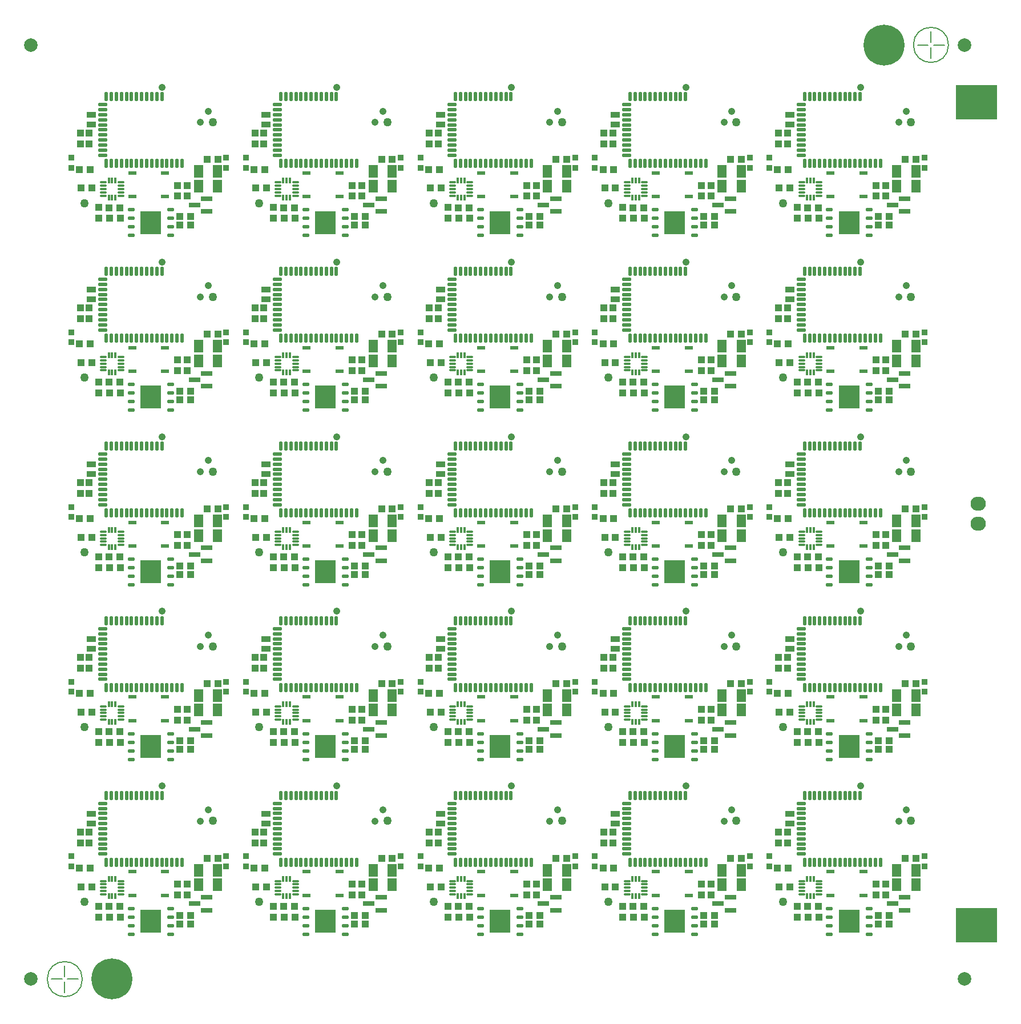
<source format=gts>
G04 Layer_Color=8388736*
%FSLAX25Y25*%
%MOIN*%
G70*
G01*
G75*
%ADD10C,0.00787*%
%ADD59R,0.23922X0.19985*%
%ADD60C,0.07874*%
%ADD61R,0.04237X0.04237*%
%ADD62R,0.03450X0.03450*%
%ADD63R,0.04237X0.04040*%
%ADD64R,0.04040X0.04237*%
%ADD65R,0.05615X0.07583*%
%ADD66R,0.05812X0.03253*%
%ADD67R,0.04237X0.04237*%
%ADD68R,0.06599X0.02662*%
%ADD69R,0.05024X0.01875*%
G04:AMPARAMS|DCode=70|XSize=22.69mil|YSize=54.18mil|CornerRadius=6.42mil|HoleSize=0mil|Usage=FLASHONLY|Rotation=180.000|XOffset=0mil|YOffset=0mil|HoleType=Round|Shape=RoundedRectangle|*
%AMROUNDEDRECTD70*
21,1,0.02269,0.04134,0,0,180.0*
21,1,0.00984,0.05418,0,0,180.0*
1,1,0.01284,-0.00492,0.02067*
1,1,0.01284,0.00492,0.02067*
1,1,0.01284,0.00492,-0.02067*
1,1,0.01284,-0.00492,-0.02067*
%
%ADD70ROUNDEDRECTD70*%
G04:AMPARAMS|DCode=71|XSize=22.69mil|YSize=54.18mil|CornerRadius=6.42mil|HoleSize=0mil|Usage=FLASHONLY|Rotation=90.000|XOffset=0mil|YOffset=0mil|HoleType=Round|Shape=RoundedRectangle|*
%AMROUNDEDRECTD71*
21,1,0.02269,0.04134,0,0,90.0*
21,1,0.00984,0.05418,0,0,90.0*
1,1,0.01284,0.02067,0.00492*
1,1,0.01284,0.02067,-0.00492*
1,1,0.01284,-0.02067,-0.00492*
1,1,0.01284,-0.02067,0.00492*
%
%ADD71ROUNDEDRECTD71*%
%ADD72O,0.01481X0.03450*%
%ADD73O,0.03942X0.01481*%
%ADD74O,0.04434X0.02072*%
%ADD75R,0.12111X0.13686*%
%ADD76C,0.23922*%
%ADD77O,0.08961X0.08174*%
%ADD78C,0.00300*%
%ADD79C,0.05024*%
%ADD80C,0.04200*%
D10*
X516144Y525593D02*
G03*
X516144Y525593I-10236J0D01*
G01*
X10239Y-19682D02*
G03*
X10239Y-19682I-10236J0D01*
G01*
X505908Y527168D02*
Y533467D01*
X507483Y525593D02*
X513782D01*
X505908Y517719D02*
Y524018D01*
X498034Y525593D02*
X504333D01*
X2Y-27556D02*
Y-21257D01*
X-7871Y-19682D02*
X-1572D01*
X2Y-18108D02*
Y-11808D01*
X1577Y-19682D02*
X7876D01*
D59*
X532483Y11813D02*
D03*
Y492129D02*
D03*
D60*
X525593Y-19682D02*
D03*
X-19683Y525593D02*
D03*
X525593D02*
D03*
X-19683Y-19682D02*
D03*
D61*
X14764Y45079D02*
D03*
X8465D02*
D03*
X83071Y50787D02*
D03*
X89370D02*
D03*
X32185Y22736D02*
D03*
X25886D02*
D03*
X67224Y12598D02*
D03*
X73524D02*
D03*
X32480Y16535D02*
D03*
X26181D02*
D03*
X116732Y45079D02*
D03*
X110433D02*
D03*
X185039Y50787D02*
D03*
X191339D02*
D03*
X134153Y22736D02*
D03*
X127854D02*
D03*
X169193Y12598D02*
D03*
X175492D02*
D03*
X134449Y16535D02*
D03*
X128150D02*
D03*
X218701Y45079D02*
D03*
X212402D02*
D03*
X287008Y50787D02*
D03*
X293307D02*
D03*
X236122Y22736D02*
D03*
X229823D02*
D03*
X271161Y12598D02*
D03*
X277461D02*
D03*
X236417Y16535D02*
D03*
X230118D02*
D03*
X320669Y45079D02*
D03*
X314370D02*
D03*
X388976Y50787D02*
D03*
X395276D02*
D03*
X338090Y22736D02*
D03*
X331791D02*
D03*
X373130Y12598D02*
D03*
X379429D02*
D03*
X338386Y16535D02*
D03*
X332087D02*
D03*
X422638Y45079D02*
D03*
X416339D02*
D03*
X490945Y50787D02*
D03*
X497244D02*
D03*
X440059Y22736D02*
D03*
X433760D02*
D03*
X475098Y12598D02*
D03*
X481398D02*
D03*
X440354Y16535D02*
D03*
X434055D02*
D03*
X14764Y147047D02*
D03*
X8465D02*
D03*
X83071Y152756D02*
D03*
X89370D02*
D03*
X32185Y124705D02*
D03*
X25886D02*
D03*
X67224Y114567D02*
D03*
X73524D02*
D03*
X32480Y118504D02*
D03*
X26181D02*
D03*
X116732Y147047D02*
D03*
X110433D02*
D03*
X185039Y152756D02*
D03*
X191339D02*
D03*
X134153Y124705D02*
D03*
X127854D02*
D03*
X169193Y114567D02*
D03*
X175492D02*
D03*
X134449Y118504D02*
D03*
X128150D02*
D03*
X218701Y147047D02*
D03*
X212402D02*
D03*
X287008Y152756D02*
D03*
X293307D02*
D03*
X236122Y124705D02*
D03*
X229823D02*
D03*
X271161Y114567D02*
D03*
X277461D02*
D03*
X236417Y118504D02*
D03*
X230118D02*
D03*
X320669Y147047D02*
D03*
X314370D02*
D03*
X388976Y152756D02*
D03*
X395276D02*
D03*
X338090Y124705D02*
D03*
X331791D02*
D03*
X373130Y114567D02*
D03*
X379429D02*
D03*
X338386Y118504D02*
D03*
X332087D02*
D03*
X422638Y147047D02*
D03*
X416339D02*
D03*
X490945Y152756D02*
D03*
X497244D02*
D03*
X440059Y124705D02*
D03*
X433760D02*
D03*
X475098Y114567D02*
D03*
X481398D02*
D03*
X440354Y118504D02*
D03*
X434055D02*
D03*
X14764Y249016D02*
D03*
X8465D02*
D03*
X83071Y254724D02*
D03*
X89370D02*
D03*
X32185Y226673D02*
D03*
X25886D02*
D03*
X67224Y216535D02*
D03*
X73524D02*
D03*
X32480Y220472D02*
D03*
X26181D02*
D03*
X116732Y249016D02*
D03*
X110433D02*
D03*
X185039Y254724D02*
D03*
X191339D02*
D03*
X134153Y226673D02*
D03*
X127854D02*
D03*
X169193Y216535D02*
D03*
X175492D02*
D03*
X134449Y220472D02*
D03*
X128150D02*
D03*
X218701Y249016D02*
D03*
X212402D02*
D03*
X287008Y254724D02*
D03*
X293307D02*
D03*
X236122Y226673D02*
D03*
X229823D02*
D03*
X271161Y216535D02*
D03*
X277461D02*
D03*
X236417Y220472D02*
D03*
X230118D02*
D03*
X320669Y249016D02*
D03*
X314370D02*
D03*
X388976Y254724D02*
D03*
X395276D02*
D03*
X338090Y226673D02*
D03*
X331791D02*
D03*
X373130Y216535D02*
D03*
X379429D02*
D03*
X338386Y220472D02*
D03*
X332087D02*
D03*
X422638Y249016D02*
D03*
X416339D02*
D03*
X490945Y254724D02*
D03*
X497244D02*
D03*
X440059Y226673D02*
D03*
X433760D02*
D03*
X475098Y216535D02*
D03*
X481398D02*
D03*
X440354Y220472D02*
D03*
X434055D02*
D03*
X14764Y350984D02*
D03*
X8465D02*
D03*
X83071Y356693D02*
D03*
X89370D02*
D03*
X32185Y328642D02*
D03*
X25886D02*
D03*
X67224Y318504D02*
D03*
X73524D02*
D03*
X32480Y322441D02*
D03*
X26181D02*
D03*
X116732Y350984D02*
D03*
X110433D02*
D03*
X185039Y356693D02*
D03*
X191339D02*
D03*
X134153Y328642D02*
D03*
X127854D02*
D03*
X169193Y318504D02*
D03*
X175492D02*
D03*
X134449Y322441D02*
D03*
X128150D02*
D03*
X218701Y350984D02*
D03*
X212402D02*
D03*
X287008Y356693D02*
D03*
X293307D02*
D03*
X236122Y328642D02*
D03*
X229823D02*
D03*
X271161Y318504D02*
D03*
X277461D02*
D03*
X236417Y322441D02*
D03*
X230118D02*
D03*
X320669Y350984D02*
D03*
X314370D02*
D03*
X388976Y356693D02*
D03*
X395276D02*
D03*
X338090Y328642D02*
D03*
X331791D02*
D03*
X373130Y318504D02*
D03*
X379429D02*
D03*
X338386Y322441D02*
D03*
X332087D02*
D03*
X422638Y350984D02*
D03*
X416339D02*
D03*
X490945Y356693D02*
D03*
X497244D02*
D03*
X440059Y328642D02*
D03*
X433760D02*
D03*
X475098Y318504D02*
D03*
X481398D02*
D03*
X440354Y322441D02*
D03*
X434055D02*
D03*
X14764Y452953D02*
D03*
X8465D02*
D03*
X83071Y458661D02*
D03*
X89370D02*
D03*
X32185Y430610D02*
D03*
X25886D02*
D03*
X67224Y420472D02*
D03*
X73524D02*
D03*
X32480Y424409D02*
D03*
X26181D02*
D03*
X116732Y452953D02*
D03*
X110433D02*
D03*
X185039Y458661D02*
D03*
X191339D02*
D03*
X134153Y430610D02*
D03*
X127854D02*
D03*
X169193Y420472D02*
D03*
X175492D02*
D03*
X134449Y424409D02*
D03*
X128150D02*
D03*
X218701Y452953D02*
D03*
X212402D02*
D03*
X287008Y458661D02*
D03*
X293307D02*
D03*
X236122Y430610D02*
D03*
X229823D02*
D03*
X271161Y420472D02*
D03*
X277461D02*
D03*
X236417Y424409D02*
D03*
X230118D02*
D03*
X320669Y452953D02*
D03*
X314370D02*
D03*
X388976Y458661D02*
D03*
X395276D02*
D03*
X338090Y430610D02*
D03*
X331791D02*
D03*
X373130Y420472D02*
D03*
X379429D02*
D03*
X338386Y424409D02*
D03*
X332087D02*
D03*
X422638Y452953D02*
D03*
X416339D02*
D03*
X490945Y458661D02*
D03*
X497244D02*
D03*
X440059Y430610D02*
D03*
X433760D02*
D03*
X475098Y420472D02*
D03*
X481398D02*
D03*
X440354Y424409D02*
D03*
X434055D02*
D03*
D62*
X3740Y51968D02*
D03*
Y46063D02*
D03*
X94291Y51968D02*
D03*
Y46063D02*
D03*
X105709Y51968D02*
D03*
Y46063D02*
D03*
X196260Y51968D02*
D03*
Y46063D02*
D03*
X207677Y51968D02*
D03*
Y46063D02*
D03*
X298228Y51968D02*
D03*
Y46063D02*
D03*
X309646Y51968D02*
D03*
Y46063D02*
D03*
X400197Y51968D02*
D03*
Y46063D02*
D03*
X411614Y51968D02*
D03*
Y46063D02*
D03*
X502165Y51968D02*
D03*
Y46063D02*
D03*
X3740Y153937D02*
D03*
Y148031D02*
D03*
X94291Y153937D02*
D03*
Y148031D02*
D03*
X105709Y153937D02*
D03*
Y148031D02*
D03*
X196260Y153937D02*
D03*
Y148031D02*
D03*
X207677Y153937D02*
D03*
Y148031D02*
D03*
X298228Y153937D02*
D03*
Y148031D02*
D03*
X309646Y153937D02*
D03*
Y148031D02*
D03*
X400197Y153937D02*
D03*
Y148031D02*
D03*
X411614Y153937D02*
D03*
Y148031D02*
D03*
X502165Y153937D02*
D03*
Y148031D02*
D03*
X3740Y255906D02*
D03*
Y250000D02*
D03*
X94291Y255906D02*
D03*
Y250000D02*
D03*
X105709Y255906D02*
D03*
Y250000D02*
D03*
X196260Y255906D02*
D03*
Y250000D02*
D03*
X207677Y255906D02*
D03*
Y250000D02*
D03*
X298228Y255906D02*
D03*
Y250000D02*
D03*
X309646Y255906D02*
D03*
Y250000D02*
D03*
X400197Y255906D02*
D03*
Y250000D02*
D03*
X411614Y255906D02*
D03*
Y250000D02*
D03*
X502165Y255906D02*
D03*
Y250000D02*
D03*
X3740Y357874D02*
D03*
Y351969D02*
D03*
X94291Y357874D02*
D03*
Y351969D02*
D03*
X105709Y357874D02*
D03*
Y351969D02*
D03*
X196260Y357874D02*
D03*
Y351969D02*
D03*
X207677Y357874D02*
D03*
Y351969D02*
D03*
X298228Y357874D02*
D03*
Y351969D02*
D03*
X309646Y357874D02*
D03*
Y351969D02*
D03*
X400197Y357874D02*
D03*
Y351969D02*
D03*
X411614Y357874D02*
D03*
Y351969D02*
D03*
X502165Y357874D02*
D03*
Y351969D02*
D03*
X3740Y459842D02*
D03*
Y453937D02*
D03*
X94291Y459842D02*
D03*
Y453937D02*
D03*
X105709Y459842D02*
D03*
Y453937D02*
D03*
X196260Y459842D02*
D03*
Y453937D02*
D03*
X207677Y459842D02*
D03*
Y453937D02*
D03*
X298228Y459842D02*
D03*
Y453937D02*
D03*
X309646Y459842D02*
D03*
Y453937D02*
D03*
X400197Y459842D02*
D03*
Y453937D02*
D03*
X411614Y459842D02*
D03*
Y453937D02*
D03*
X502165Y459842D02*
D03*
Y453937D02*
D03*
D63*
X9449Y34252D02*
D03*
X15748D02*
D03*
X67224Y17618D02*
D03*
X73524D02*
D03*
X111417Y34252D02*
D03*
X117717D02*
D03*
X169193Y17618D02*
D03*
X175492D02*
D03*
X213386Y34252D02*
D03*
X219685D02*
D03*
X271161Y17618D02*
D03*
X277461D02*
D03*
X315354Y34252D02*
D03*
X321654D02*
D03*
X373130Y17618D02*
D03*
X379429D02*
D03*
X417323Y34252D02*
D03*
X423622D02*
D03*
X475098Y17618D02*
D03*
X481398D02*
D03*
X9449Y136221D02*
D03*
X15748D02*
D03*
X67224Y119587D02*
D03*
X73524D02*
D03*
X111417Y136221D02*
D03*
X117717D02*
D03*
X169193Y119587D02*
D03*
X175492D02*
D03*
X213386Y136221D02*
D03*
X219685D02*
D03*
X271161Y119587D02*
D03*
X277461D02*
D03*
X315354Y136221D02*
D03*
X321654D02*
D03*
X373130Y119587D02*
D03*
X379429D02*
D03*
X417323Y136221D02*
D03*
X423622D02*
D03*
X475098Y119587D02*
D03*
X481398D02*
D03*
X9449Y238189D02*
D03*
X15748D02*
D03*
X67224Y221555D02*
D03*
X73524D02*
D03*
X111417Y238189D02*
D03*
X117717D02*
D03*
X169193Y221555D02*
D03*
X175492D02*
D03*
X213386Y238189D02*
D03*
X219685D02*
D03*
X271161Y221555D02*
D03*
X277461D02*
D03*
X315354Y238189D02*
D03*
X321654D02*
D03*
X373130Y221555D02*
D03*
X379429D02*
D03*
X417323Y238189D02*
D03*
X423622D02*
D03*
X475098Y221555D02*
D03*
X481398D02*
D03*
X9449Y340158D02*
D03*
X15748D02*
D03*
X67224Y323524D02*
D03*
X73524D02*
D03*
X111417Y340158D02*
D03*
X117717D02*
D03*
X169193Y323524D02*
D03*
X175492D02*
D03*
X213386Y340158D02*
D03*
X219685D02*
D03*
X271161Y323524D02*
D03*
X277461D02*
D03*
X315354Y340158D02*
D03*
X321654D02*
D03*
X373130Y323524D02*
D03*
X379429D02*
D03*
X417323Y340158D02*
D03*
X423622D02*
D03*
X475098Y323524D02*
D03*
X481398D02*
D03*
X9449Y442126D02*
D03*
X15748D02*
D03*
X67224Y425492D02*
D03*
X73524D02*
D03*
X111417Y442126D02*
D03*
X117717D02*
D03*
X169193Y425492D02*
D03*
X175492D02*
D03*
X213386Y442126D02*
D03*
X219685D02*
D03*
X271161Y425492D02*
D03*
X277461D02*
D03*
X315354Y442126D02*
D03*
X321654D02*
D03*
X373130Y425492D02*
D03*
X379429D02*
D03*
X417323Y442126D02*
D03*
X423622D02*
D03*
X475098Y425492D02*
D03*
X481398D02*
D03*
D64*
X19980Y22835D02*
D03*
Y16535D02*
D03*
X14173Y66240D02*
D03*
Y59941D02*
D03*
X9055Y66240D02*
D03*
Y59941D02*
D03*
X65847Y29429D02*
D03*
Y35728D02*
D03*
X121949Y22835D02*
D03*
Y16535D02*
D03*
X116142Y66240D02*
D03*
Y59941D02*
D03*
X111024Y66240D02*
D03*
Y59941D02*
D03*
X167815Y29429D02*
D03*
Y35728D02*
D03*
X223917Y22835D02*
D03*
Y16535D02*
D03*
X218110Y66240D02*
D03*
Y59941D02*
D03*
X212992Y66240D02*
D03*
Y59941D02*
D03*
X269783Y29429D02*
D03*
Y35728D02*
D03*
X325886Y22835D02*
D03*
Y16535D02*
D03*
X320079Y66240D02*
D03*
Y59941D02*
D03*
X314961Y66240D02*
D03*
Y59941D02*
D03*
X371752Y29429D02*
D03*
Y35728D02*
D03*
X427854Y22835D02*
D03*
Y16535D02*
D03*
X422047Y66240D02*
D03*
Y59941D02*
D03*
X416929Y66240D02*
D03*
Y59941D02*
D03*
X473721Y29429D02*
D03*
Y35728D02*
D03*
X19980Y124803D02*
D03*
Y118504D02*
D03*
X14173Y168209D02*
D03*
Y161909D02*
D03*
X9055Y168209D02*
D03*
Y161909D02*
D03*
X65847Y131398D02*
D03*
Y137697D02*
D03*
X121949Y124803D02*
D03*
Y118504D02*
D03*
X116142Y168209D02*
D03*
Y161909D02*
D03*
X111024Y168209D02*
D03*
Y161909D02*
D03*
X167815Y131398D02*
D03*
Y137697D02*
D03*
X223917Y124803D02*
D03*
Y118504D02*
D03*
X218110Y168209D02*
D03*
Y161909D02*
D03*
X212992Y168209D02*
D03*
Y161909D02*
D03*
X269783Y131398D02*
D03*
Y137697D02*
D03*
X325886Y124803D02*
D03*
Y118504D02*
D03*
X320079Y168209D02*
D03*
Y161909D02*
D03*
X314961Y168209D02*
D03*
Y161909D02*
D03*
X371752Y131398D02*
D03*
Y137697D02*
D03*
X427854Y124803D02*
D03*
Y118504D02*
D03*
X422047Y168209D02*
D03*
Y161909D02*
D03*
X416929Y168209D02*
D03*
Y161909D02*
D03*
X473721Y131398D02*
D03*
Y137697D02*
D03*
X19980Y226772D02*
D03*
Y220472D02*
D03*
X14173Y270177D02*
D03*
Y263878D02*
D03*
X9055Y270177D02*
D03*
Y263878D02*
D03*
X65847Y233366D02*
D03*
Y239665D02*
D03*
X121949Y226772D02*
D03*
Y220472D02*
D03*
X116142Y270177D02*
D03*
Y263878D02*
D03*
X111024Y270177D02*
D03*
Y263878D02*
D03*
X167815Y233366D02*
D03*
Y239665D02*
D03*
X223917Y226772D02*
D03*
Y220472D02*
D03*
X218110Y270177D02*
D03*
Y263878D02*
D03*
X212992Y270177D02*
D03*
Y263878D02*
D03*
X269783Y233366D02*
D03*
Y239665D02*
D03*
X325886Y226772D02*
D03*
Y220472D02*
D03*
X320079Y270177D02*
D03*
Y263878D02*
D03*
X314961Y270177D02*
D03*
Y263878D02*
D03*
X371752Y233366D02*
D03*
Y239665D02*
D03*
X427854Y226772D02*
D03*
Y220472D02*
D03*
X422047Y270177D02*
D03*
Y263878D02*
D03*
X416929Y270177D02*
D03*
Y263878D02*
D03*
X473721Y233366D02*
D03*
Y239665D02*
D03*
X19980Y328740D02*
D03*
Y322441D02*
D03*
X14173Y372146D02*
D03*
Y365846D02*
D03*
X9055Y372146D02*
D03*
Y365846D02*
D03*
X65847Y335335D02*
D03*
Y341634D02*
D03*
X121949Y328740D02*
D03*
Y322441D02*
D03*
X116142Y372146D02*
D03*
Y365846D02*
D03*
X111024Y372146D02*
D03*
Y365846D02*
D03*
X167815Y335335D02*
D03*
Y341634D02*
D03*
X223917Y328740D02*
D03*
Y322441D02*
D03*
X218110Y372146D02*
D03*
Y365846D02*
D03*
X212992Y372146D02*
D03*
Y365846D02*
D03*
X269783Y335335D02*
D03*
Y341634D02*
D03*
X325886Y328740D02*
D03*
Y322441D02*
D03*
X320079Y372146D02*
D03*
Y365846D02*
D03*
X314961Y372146D02*
D03*
Y365846D02*
D03*
X371752Y335335D02*
D03*
Y341634D02*
D03*
X427854Y328740D02*
D03*
Y322441D02*
D03*
X422047Y372146D02*
D03*
Y365846D02*
D03*
X416929Y372146D02*
D03*
Y365846D02*
D03*
X473721Y335335D02*
D03*
Y341634D02*
D03*
X19980Y430709D02*
D03*
Y424409D02*
D03*
X14173Y474114D02*
D03*
Y467815D02*
D03*
X9055Y474114D02*
D03*
Y467815D02*
D03*
X65847Y437303D02*
D03*
Y443602D02*
D03*
X121949Y430709D02*
D03*
Y424409D02*
D03*
X116142Y474114D02*
D03*
Y467815D02*
D03*
X111024Y474114D02*
D03*
Y467815D02*
D03*
X167815Y437303D02*
D03*
Y443602D02*
D03*
X223917Y430709D02*
D03*
Y424409D02*
D03*
X218110Y474114D02*
D03*
Y467815D02*
D03*
X212992Y474114D02*
D03*
Y467815D02*
D03*
X269783Y437303D02*
D03*
Y443602D02*
D03*
X325886Y430709D02*
D03*
Y424409D02*
D03*
X320079Y474114D02*
D03*
Y467815D02*
D03*
X314961Y474114D02*
D03*
Y467815D02*
D03*
X371752Y437303D02*
D03*
Y443602D02*
D03*
X427854Y430709D02*
D03*
Y424409D02*
D03*
X422047Y474114D02*
D03*
Y467815D02*
D03*
X416929Y474114D02*
D03*
Y467815D02*
D03*
X473721Y437303D02*
D03*
Y443602D02*
D03*
D65*
X78051Y43799D02*
D03*
X89272D02*
D03*
X78051Y35335D02*
D03*
X89272D02*
D03*
X180020Y43799D02*
D03*
X191240D02*
D03*
X180020Y35335D02*
D03*
X191240D02*
D03*
X281988Y43799D02*
D03*
X293209D02*
D03*
X281988Y35335D02*
D03*
X293209D02*
D03*
X383957Y43799D02*
D03*
X395177D02*
D03*
X383957Y35335D02*
D03*
X395177D02*
D03*
X485925Y43799D02*
D03*
X497146D02*
D03*
X485925Y35335D02*
D03*
X497146D02*
D03*
X78051Y145768D02*
D03*
X89272D02*
D03*
X78051Y137303D02*
D03*
X89272D02*
D03*
X180020Y145768D02*
D03*
X191240D02*
D03*
X180020Y137303D02*
D03*
X191240D02*
D03*
X281988Y145768D02*
D03*
X293209D02*
D03*
X281988Y137303D02*
D03*
X293209D02*
D03*
X383957Y145768D02*
D03*
X395177D02*
D03*
X383957Y137303D02*
D03*
X395177D02*
D03*
X485925Y145768D02*
D03*
X497146D02*
D03*
X485925Y137303D02*
D03*
X497146D02*
D03*
X78051Y247736D02*
D03*
X89272D02*
D03*
X78051Y239272D02*
D03*
X89272D02*
D03*
X180020Y247736D02*
D03*
X191240D02*
D03*
X180020Y239272D02*
D03*
X191240D02*
D03*
X281988Y247736D02*
D03*
X293209D02*
D03*
X281988Y239272D02*
D03*
X293209D02*
D03*
X383957Y247736D02*
D03*
X395177D02*
D03*
X383957Y239272D02*
D03*
X395177D02*
D03*
X485925Y247736D02*
D03*
X497146D02*
D03*
X485925Y239272D02*
D03*
X497146D02*
D03*
X78051Y349705D02*
D03*
X89272D02*
D03*
X78051Y341240D02*
D03*
X89272D02*
D03*
X180020Y349705D02*
D03*
X191240D02*
D03*
X180020Y341240D02*
D03*
X191240D02*
D03*
X281988Y349705D02*
D03*
X293209D02*
D03*
X281988Y341240D02*
D03*
X293209D02*
D03*
X383957Y349705D02*
D03*
X395177D02*
D03*
X383957Y341240D02*
D03*
X395177D02*
D03*
X485925Y349705D02*
D03*
X497146D02*
D03*
X485925Y341240D02*
D03*
X497146D02*
D03*
X78051Y451673D02*
D03*
X89272D02*
D03*
X78051Y443209D02*
D03*
X89272D02*
D03*
X180020Y451673D02*
D03*
X191240D02*
D03*
X180020Y443209D02*
D03*
X191240D02*
D03*
X281988Y451673D02*
D03*
X293209D02*
D03*
X281988Y443209D02*
D03*
X293209D02*
D03*
X383957Y451673D02*
D03*
X395177D02*
D03*
X383957Y443209D02*
D03*
X395177D02*
D03*
X485925Y451673D02*
D03*
X497146D02*
D03*
X485925Y443209D02*
D03*
X497146D02*
D03*
D66*
X15650Y76870D02*
D03*
Y71161D02*
D03*
X117618Y76870D02*
D03*
Y71161D02*
D03*
X219587Y76870D02*
D03*
Y71161D02*
D03*
X321555Y76870D02*
D03*
Y71161D02*
D03*
X423524Y76870D02*
D03*
Y71161D02*
D03*
X15650Y178839D02*
D03*
Y173130D02*
D03*
X117618Y178839D02*
D03*
Y173130D02*
D03*
X219587Y178839D02*
D03*
Y173130D02*
D03*
X321555Y178839D02*
D03*
Y173130D02*
D03*
X423524Y178839D02*
D03*
Y173130D02*
D03*
X15650Y280807D02*
D03*
Y275098D02*
D03*
X117618Y280807D02*
D03*
Y275098D02*
D03*
X219587Y280807D02*
D03*
Y275098D02*
D03*
X321555Y280807D02*
D03*
Y275098D02*
D03*
X423524Y280807D02*
D03*
Y275098D02*
D03*
X15650Y382776D02*
D03*
Y377067D02*
D03*
X117618Y382776D02*
D03*
Y377067D02*
D03*
X219587Y382776D02*
D03*
Y377067D02*
D03*
X321555Y382776D02*
D03*
Y377067D02*
D03*
X423524Y382776D02*
D03*
Y377067D02*
D03*
X15650Y484744D02*
D03*
Y479035D02*
D03*
X117618Y484744D02*
D03*
Y479035D02*
D03*
X219587Y484744D02*
D03*
Y479035D02*
D03*
X321555Y484744D02*
D03*
Y479035D02*
D03*
X423524Y484744D02*
D03*
Y479035D02*
D03*
D67*
X71653Y29429D02*
D03*
Y35728D02*
D03*
X173622Y29429D02*
D03*
Y35728D02*
D03*
X275590Y29429D02*
D03*
Y35728D02*
D03*
X377559Y29429D02*
D03*
Y35728D02*
D03*
X479528Y29429D02*
D03*
Y35728D02*
D03*
X71653Y131398D02*
D03*
Y137697D02*
D03*
X173622Y131398D02*
D03*
Y137697D02*
D03*
X275590Y131398D02*
D03*
Y137697D02*
D03*
X377559Y131398D02*
D03*
Y137697D02*
D03*
X479528Y131398D02*
D03*
Y137697D02*
D03*
X71653Y233366D02*
D03*
Y239665D02*
D03*
X173622Y233366D02*
D03*
Y239665D02*
D03*
X275590Y233366D02*
D03*
Y239665D02*
D03*
X377559Y233366D02*
D03*
Y239665D02*
D03*
X479528Y233366D02*
D03*
Y239665D02*
D03*
X71653Y335335D02*
D03*
Y341634D02*
D03*
X173622Y335335D02*
D03*
Y341634D02*
D03*
X275590Y335335D02*
D03*
Y341634D02*
D03*
X377559Y335335D02*
D03*
Y341634D02*
D03*
X479528Y335335D02*
D03*
Y341634D02*
D03*
X71653Y437303D02*
D03*
Y443602D02*
D03*
X173622Y437303D02*
D03*
Y443602D02*
D03*
X275590Y437303D02*
D03*
Y443602D02*
D03*
X377559Y437303D02*
D03*
Y443602D02*
D03*
X479528Y437303D02*
D03*
Y443602D02*
D03*
D68*
X75689Y24311D02*
D03*
X82776Y28051D02*
D03*
Y20571D02*
D03*
X177657Y24311D02*
D03*
X184744Y28051D02*
D03*
Y20571D02*
D03*
X279626Y24311D02*
D03*
X286713Y28051D02*
D03*
Y20571D02*
D03*
X381594Y24311D02*
D03*
X388681Y28051D02*
D03*
Y20571D02*
D03*
X483563Y24311D02*
D03*
X490650Y28051D02*
D03*
Y20571D02*
D03*
X75689Y126279D02*
D03*
X82776Y130020D02*
D03*
Y122539D02*
D03*
X177657Y126279D02*
D03*
X184744Y130020D02*
D03*
Y122539D02*
D03*
X279626Y126279D02*
D03*
X286713Y130020D02*
D03*
Y122539D02*
D03*
X381594Y126279D02*
D03*
X388681Y130020D02*
D03*
Y122539D02*
D03*
X483563Y126279D02*
D03*
X490650Y130020D02*
D03*
Y122539D02*
D03*
X75689Y228248D02*
D03*
X82776Y231988D02*
D03*
Y224508D02*
D03*
X177657Y228248D02*
D03*
X184744Y231988D02*
D03*
Y224508D02*
D03*
X279626Y228248D02*
D03*
X286713Y231988D02*
D03*
Y224508D02*
D03*
X381594Y228248D02*
D03*
X388681Y231988D02*
D03*
Y224508D02*
D03*
X483563Y228248D02*
D03*
X490650Y231988D02*
D03*
Y224508D02*
D03*
X75689Y330217D02*
D03*
X82776Y333957D02*
D03*
Y326476D02*
D03*
X177657Y330217D02*
D03*
X184744Y333957D02*
D03*
Y326476D02*
D03*
X279626Y330217D02*
D03*
X286713Y333957D02*
D03*
Y326476D02*
D03*
X381594Y330217D02*
D03*
X388681Y333957D02*
D03*
Y326476D02*
D03*
X483563Y330217D02*
D03*
X490650Y333957D02*
D03*
Y326476D02*
D03*
X75689Y432185D02*
D03*
X82776Y435925D02*
D03*
Y428445D02*
D03*
X177657Y432185D02*
D03*
X184744Y435925D02*
D03*
Y428445D02*
D03*
X279626Y432185D02*
D03*
X286713Y435925D02*
D03*
Y428445D02*
D03*
X381594Y432185D02*
D03*
X388681Y435925D02*
D03*
Y428445D02*
D03*
X483563Y432185D02*
D03*
X490650Y435925D02*
D03*
Y428445D02*
D03*
D69*
X58661Y29232D02*
D03*
X39370D02*
D03*
Y43012D02*
D03*
X58661D02*
D03*
X160630Y29232D02*
D03*
X141339D02*
D03*
Y43012D02*
D03*
X160630D02*
D03*
X262598Y29232D02*
D03*
X243307D02*
D03*
Y43012D02*
D03*
X262598D02*
D03*
X364567Y29232D02*
D03*
X345276D02*
D03*
Y43012D02*
D03*
X364567D02*
D03*
X466535Y29232D02*
D03*
X447244D02*
D03*
Y43012D02*
D03*
X466535D02*
D03*
X58661Y131201D02*
D03*
X39370D02*
D03*
Y144980D02*
D03*
X58661D02*
D03*
X160630Y131201D02*
D03*
X141339D02*
D03*
Y144980D02*
D03*
X160630D02*
D03*
X262598Y131201D02*
D03*
X243307D02*
D03*
Y144980D02*
D03*
X262598D02*
D03*
X364567Y131201D02*
D03*
X345276D02*
D03*
Y144980D02*
D03*
X364567D02*
D03*
X466535Y131201D02*
D03*
X447244D02*
D03*
Y144980D02*
D03*
X466535D02*
D03*
X58661Y233169D02*
D03*
X39370D02*
D03*
Y246949D02*
D03*
X58661D02*
D03*
X160630Y233169D02*
D03*
X141339D02*
D03*
Y246949D02*
D03*
X160630D02*
D03*
X262598Y233169D02*
D03*
X243307D02*
D03*
Y246949D02*
D03*
X262598D02*
D03*
X364567Y233169D02*
D03*
X345276D02*
D03*
Y246949D02*
D03*
X364567D02*
D03*
X466535Y233169D02*
D03*
X447244D02*
D03*
Y246949D02*
D03*
X466535D02*
D03*
X58661Y335138D02*
D03*
X39370D02*
D03*
Y348917D02*
D03*
X58661D02*
D03*
X160630Y335138D02*
D03*
X141339D02*
D03*
Y348917D02*
D03*
X160630D02*
D03*
X262598Y335138D02*
D03*
X243307D02*
D03*
Y348917D02*
D03*
X262598D02*
D03*
X364567Y335138D02*
D03*
X345276D02*
D03*
Y348917D02*
D03*
X364567D02*
D03*
X466535Y335138D02*
D03*
X447244D02*
D03*
Y348917D02*
D03*
X466535D02*
D03*
X58661Y437106D02*
D03*
X39370D02*
D03*
Y450886D02*
D03*
X58661D02*
D03*
X160630Y437106D02*
D03*
X141339D02*
D03*
Y450886D02*
D03*
X160630D02*
D03*
X262598Y437106D02*
D03*
X243307D02*
D03*
Y450886D02*
D03*
X262598D02*
D03*
X364567Y437106D02*
D03*
X345276D02*
D03*
Y450886D02*
D03*
X364567D02*
D03*
X466535Y437106D02*
D03*
X447244D02*
D03*
Y450886D02*
D03*
X466535D02*
D03*
D70*
X27165Y48622D02*
D03*
X24213D02*
D03*
X33071D02*
D03*
X41929D02*
D03*
X38976D02*
D03*
X50787D02*
D03*
X47835D02*
D03*
X59646D02*
D03*
X56693D02*
D03*
X65551D02*
D03*
X24213Y87598D02*
D03*
X27165D02*
D03*
X33071D02*
D03*
X38976D02*
D03*
X41929D02*
D03*
X47835D02*
D03*
X50787D02*
D03*
X56693D02*
D03*
X36024Y48622D02*
D03*
X30118D02*
D03*
X68504D02*
D03*
X62598D02*
D03*
X53740D02*
D03*
X44882D02*
D03*
X30118Y87598D02*
D03*
X36024D02*
D03*
X44882D02*
D03*
X53740D02*
D03*
X129134Y48622D02*
D03*
X126181D02*
D03*
X135039D02*
D03*
X143898D02*
D03*
X140945D02*
D03*
X152756D02*
D03*
X149803D02*
D03*
X161614D02*
D03*
X158661D02*
D03*
X167520D02*
D03*
X126181Y87598D02*
D03*
X129134D02*
D03*
X135039D02*
D03*
X140945D02*
D03*
X143898D02*
D03*
X149803D02*
D03*
X152756D02*
D03*
X158661D02*
D03*
X137992Y48622D02*
D03*
X132087D02*
D03*
X170472D02*
D03*
X164567D02*
D03*
X155709D02*
D03*
X146850D02*
D03*
X132087Y87598D02*
D03*
X137992D02*
D03*
X146850D02*
D03*
X155709D02*
D03*
X231102Y48622D02*
D03*
X228150D02*
D03*
X237008D02*
D03*
X245866D02*
D03*
X242913D02*
D03*
X254724D02*
D03*
X251772D02*
D03*
X263583D02*
D03*
X260630D02*
D03*
X269488D02*
D03*
X228150Y87598D02*
D03*
X231102D02*
D03*
X237008D02*
D03*
X242913D02*
D03*
X245866D02*
D03*
X251772D02*
D03*
X254724D02*
D03*
X260630D02*
D03*
X239961Y48622D02*
D03*
X234055D02*
D03*
X272441D02*
D03*
X266535D02*
D03*
X257677D02*
D03*
X248819D02*
D03*
X234055Y87598D02*
D03*
X239961D02*
D03*
X248819D02*
D03*
X257677D02*
D03*
X333071Y48622D02*
D03*
X330118D02*
D03*
X338976D02*
D03*
X347835D02*
D03*
X344882D02*
D03*
X356693D02*
D03*
X353740D02*
D03*
X365551D02*
D03*
X362598D02*
D03*
X371457D02*
D03*
X330118Y87598D02*
D03*
X333071D02*
D03*
X338976D02*
D03*
X344882D02*
D03*
X347835D02*
D03*
X353740D02*
D03*
X356693D02*
D03*
X362598D02*
D03*
X341929Y48622D02*
D03*
X336024D02*
D03*
X374409D02*
D03*
X368504D02*
D03*
X359646D02*
D03*
X350787D02*
D03*
X336024Y87598D02*
D03*
X341929D02*
D03*
X350787D02*
D03*
X359646D02*
D03*
X435039Y48622D02*
D03*
X432087D02*
D03*
X440945D02*
D03*
X449803D02*
D03*
X446850D02*
D03*
X458661D02*
D03*
X455709D02*
D03*
X467520D02*
D03*
X464567D02*
D03*
X473425D02*
D03*
X432087Y87598D02*
D03*
X435039D02*
D03*
X440945D02*
D03*
X446850D02*
D03*
X449803D02*
D03*
X455709D02*
D03*
X458661D02*
D03*
X464567D02*
D03*
X443898Y48622D02*
D03*
X437992D02*
D03*
X476378D02*
D03*
X470472D02*
D03*
X461614D02*
D03*
X452756D02*
D03*
X437992Y87598D02*
D03*
X443898D02*
D03*
X452756D02*
D03*
X461614D02*
D03*
X27165Y150591D02*
D03*
X24213D02*
D03*
X33071D02*
D03*
X41929D02*
D03*
X38976D02*
D03*
X50787D02*
D03*
X47835D02*
D03*
X59646D02*
D03*
X56693D02*
D03*
X65551D02*
D03*
X24213Y189567D02*
D03*
X27165D02*
D03*
X33071D02*
D03*
X38976D02*
D03*
X41929D02*
D03*
X47835D02*
D03*
X50787D02*
D03*
X56693D02*
D03*
X36024Y150591D02*
D03*
X30118D02*
D03*
X68504D02*
D03*
X62598D02*
D03*
X53740D02*
D03*
X44882D02*
D03*
X30118Y189567D02*
D03*
X36024D02*
D03*
X44882D02*
D03*
X53740D02*
D03*
X129134Y150591D02*
D03*
X126181D02*
D03*
X135039D02*
D03*
X143898D02*
D03*
X140945D02*
D03*
X152756D02*
D03*
X149803D02*
D03*
X161614D02*
D03*
X158661D02*
D03*
X167520D02*
D03*
X126181Y189567D02*
D03*
X129134D02*
D03*
X135039D02*
D03*
X140945D02*
D03*
X143898D02*
D03*
X149803D02*
D03*
X152756D02*
D03*
X158661D02*
D03*
X137992Y150591D02*
D03*
X132087D02*
D03*
X170472D02*
D03*
X164567D02*
D03*
X155709D02*
D03*
X146850D02*
D03*
X132087Y189567D02*
D03*
X137992D02*
D03*
X146850D02*
D03*
X155709D02*
D03*
X231102Y150591D02*
D03*
X228150D02*
D03*
X237008D02*
D03*
X245866D02*
D03*
X242913D02*
D03*
X254724D02*
D03*
X251772D02*
D03*
X263583D02*
D03*
X260630D02*
D03*
X269488D02*
D03*
X228150Y189567D02*
D03*
X231102D02*
D03*
X237008D02*
D03*
X242913D02*
D03*
X245866D02*
D03*
X251772D02*
D03*
X254724D02*
D03*
X260630D02*
D03*
X239961Y150591D02*
D03*
X234055D02*
D03*
X272441D02*
D03*
X266535D02*
D03*
X257677D02*
D03*
X248819D02*
D03*
X234055Y189567D02*
D03*
X239961D02*
D03*
X248819D02*
D03*
X257677D02*
D03*
X333071Y150591D02*
D03*
X330118D02*
D03*
X338976D02*
D03*
X347835D02*
D03*
X344882D02*
D03*
X356693D02*
D03*
X353740D02*
D03*
X365551D02*
D03*
X362598D02*
D03*
X371457D02*
D03*
X330118Y189567D02*
D03*
X333071D02*
D03*
X338976D02*
D03*
X344882D02*
D03*
X347835D02*
D03*
X353740D02*
D03*
X356693D02*
D03*
X362598D02*
D03*
X341929Y150591D02*
D03*
X336024D02*
D03*
X374409D02*
D03*
X368504D02*
D03*
X359646D02*
D03*
X350787D02*
D03*
X336024Y189567D02*
D03*
X341929D02*
D03*
X350787D02*
D03*
X359646D02*
D03*
X435039Y150591D02*
D03*
X432087D02*
D03*
X440945D02*
D03*
X449803D02*
D03*
X446850D02*
D03*
X458661D02*
D03*
X455709D02*
D03*
X467520D02*
D03*
X464567D02*
D03*
X473425D02*
D03*
X432087Y189567D02*
D03*
X435039D02*
D03*
X440945D02*
D03*
X446850D02*
D03*
X449803D02*
D03*
X455709D02*
D03*
X458661D02*
D03*
X464567D02*
D03*
X443898Y150591D02*
D03*
X437992D02*
D03*
X476378D02*
D03*
X470472D02*
D03*
X461614D02*
D03*
X452756D02*
D03*
X437992Y189567D02*
D03*
X443898D02*
D03*
X452756D02*
D03*
X461614D02*
D03*
X27165Y252559D02*
D03*
X24213D02*
D03*
X33071D02*
D03*
X41929D02*
D03*
X38976D02*
D03*
X50787D02*
D03*
X47835D02*
D03*
X59646D02*
D03*
X56693D02*
D03*
X65551D02*
D03*
X24213Y291535D02*
D03*
X27165D02*
D03*
X33071D02*
D03*
X38976D02*
D03*
X41929D02*
D03*
X47835D02*
D03*
X50787D02*
D03*
X56693D02*
D03*
X36024Y252559D02*
D03*
X30118D02*
D03*
X68504D02*
D03*
X62598D02*
D03*
X53740D02*
D03*
X44882D02*
D03*
X30118Y291535D02*
D03*
X36024D02*
D03*
X44882D02*
D03*
X53740D02*
D03*
X129134Y252559D02*
D03*
X126181D02*
D03*
X135039D02*
D03*
X143898D02*
D03*
X140945D02*
D03*
X152756D02*
D03*
X149803D02*
D03*
X161614D02*
D03*
X158661D02*
D03*
X167520D02*
D03*
X126181Y291535D02*
D03*
X129134D02*
D03*
X135039D02*
D03*
X140945D02*
D03*
X143898D02*
D03*
X149803D02*
D03*
X152756D02*
D03*
X158661D02*
D03*
X137992Y252559D02*
D03*
X132087D02*
D03*
X170472D02*
D03*
X164567D02*
D03*
X155709D02*
D03*
X146850D02*
D03*
X132087Y291535D02*
D03*
X137992D02*
D03*
X146850D02*
D03*
X155709D02*
D03*
X231102Y252559D02*
D03*
X228150D02*
D03*
X237008D02*
D03*
X245866D02*
D03*
X242913D02*
D03*
X254724D02*
D03*
X251772D02*
D03*
X263583D02*
D03*
X260630D02*
D03*
X269488D02*
D03*
X228150Y291535D02*
D03*
X231102D02*
D03*
X237008D02*
D03*
X242913D02*
D03*
X245866D02*
D03*
X251772D02*
D03*
X254724D02*
D03*
X260630D02*
D03*
X239961Y252559D02*
D03*
X234055D02*
D03*
X272441D02*
D03*
X266535D02*
D03*
X257677D02*
D03*
X248819D02*
D03*
X234055Y291535D02*
D03*
X239961D02*
D03*
X248819D02*
D03*
X257677D02*
D03*
X333071Y252559D02*
D03*
X330118D02*
D03*
X338976D02*
D03*
X347835D02*
D03*
X344882D02*
D03*
X356693D02*
D03*
X353740D02*
D03*
X365551D02*
D03*
X362598D02*
D03*
X371457D02*
D03*
X330118Y291535D02*
D03*
X333071D02*
D03*
X338976D02*
D03*
X344882D02*
D03*
X347835D02*
D03*
X353740D02*
D03*
X356693D02*
D03*
X362598D02*
D03*
X341929Y252559D02*
D03*
X336024D02*
D03*
X374409D02*
D03*
X368504D02*
D03*
X359646D02*
D03*
X350787D02*
D03*
X336024Y291535D02*
D03*
X341929D02*
D03*
X350787D02*
D03*
X359646D02*
D03*
X435039Y252559D02*
D03*
X432087D02*
D03*
X440945D02*
D03*
X449803D02*
D03*
X446850D02*
D03*
X458661D02*
D03*
X455709D02*
D03*
X467520D02*
D03*
X464567D02*
D03*
X473425D02*
D03*
X432087Y291535D02*
D03*
X435039D02*
D03*
X440945D02*
D03*
X446850D02*
D03*
X449803D02*
D03*
X455709D02*
D03*
X458661D02*
D03*
X464567D02*
D03*
X443898Y252559D02*
D03*
X437992D02*
D03*
X476378D02*
D03*
X470472D02*
D03*
X461614D02*
D03*
X452756D02*
D03*
X437992Y291535D02*
D03*
X443898D02*
D03*
X452756D02*
D03*
X461614D02*
D03*
X27165Y354528D02*
D03*
X24213D02*
D03*
X33071D02*
D03*
X41929D02*
D03*
X38976D02*
D03*
X50787D02*
D03*
X47835D02*
D03*
X59646D02*
D03*
X56693D02*
D03*
X65551D02*
D03*
X24213Y393504D02*
D03*
X27165D02*
D03*
X33071D02*
D03*
X38976D02*
D03*
X41929D02*
D03*
X47835D02*
D03*
X50787D02*
D03*
X56693D02*
D03*
X36024Y354528D02*
D03*
X30118D02*
D03*
X68504D02*
D03*
X62598D02*
D03*
X53740D02*
D03*
X44882D02*
D03*
X30118Y393504D02*
D03*
X36024D02*
D03*
X44882D02*
D03*
X53740D02*
D03*
X129134Y354528D02*
D03*
X126181D02*
D03*
X135039D02*
D03*
X143898D02*
D03*
X140945D02*
D03*
X152756D02*
D03*
X149803D02*
D03*
X161614D02*
D03*
X158661D02*
D03*
X167520D02*
D03*
X126181Y393504D02*
D03*
X129134D02*
D03*
X135039D02*
D03*
X140945D02*
D03*
X143898D02*
D03*
X149803D02*
D03*
X152756D02*
D03*
X158661D02*
D03*
X137992Y354528D02*
D03*
X132087D02*
D03*
X170472D02*
D03*
X164567D02*
D03*
X155709D02*
D03*
X146850D02*
D03*
X132087Y393504D02*
D03*
X137992D02*
D03*
X146850D02*
D03*
X155709D02*
D03*
X231102Y354528D02*
D03*
X228150D02*
D03*
X237008D02*
D03*
X245866D02*
D03*
X242913D02*
D03*
X254724D02*
D03*
X251772D02*
D03*
X263583D02*
D03*
X260630D02*
D03*
X269488D02*
D03*
X228150Y393504D02*
D03*
X231102D02*
D03*
X237008D02*
D03*
X242913D02*
D03*
X245866D02*
D03*
X251772D02*
D03*
X254724D02*
D03*
X260630D02*
D03*
X239961Y354528D02*
D03*
X234055D02*
D03*
X272441D02*
D03*
X266535D02*
D03*
X257677D02*
D03*
X248819D02*
D03*
X234055Y393504D02*
D03*
X239961D02*
D03*
X248819D02*
D03*
X257677D02*
D03*
X333071Y354528D02*
D03*
X330118D02*
D03*
X338976D02*
D03*
X347835D02*
D03*
X344882D02*
D03*
X356693D02*
D03*
X353740D02*
D03*
X365551D02*
D03*
X362598D02*
D03*
X371457D02*
D03*
X330118Y393504D02*
D03*
X333071D02*
D03*
X338976D02*
D03*
X344882D02*
D03*
X347835D02*
D03*
X353740D02*
D03*
X356693D02*
D03*
X362598D02*
D03*
X341929Y354528D02*
D03*
X336024D02*
D03*
X374409D02*
D03*
X368504D02*
D03*
X359646D02*
D03*
X350787D02*
D03*
X336024Y393504D02*
D03*
X341929D02*
D03*
X350787D02*
D03*
X359646D02*
D03*
X435039Y354528D02*
D03*
X432087D02*
D03*
X440945D02*
D03*
X449803D02*
D03*
X446850D02*
D03*
X458661D02*
D03*
X455709D02*
D03*
X467520D02*
D03*
X464567D02*
D03*
X473425D02*
D03*
X432087Y393504D02*
D03*
X435039D02*
D03*
X440945D02*
D03*
X446850D02*
D03*
X449803D02*
D03*
X455709D02*
D03*
X458661D02*
D03*
X464567D02*
D03*
X443898Y354528D02*
D03*
X437992D02*
D03*
X476378D02*
D03*
X470472D02*
D03*
X461614D02*
D03*
X452756D02*
D03*
X437992Y393504D02*
D03*
X443898D02*
D03*
X452756D02*
D03*
X461614D02*
D03*
X27165Y456496D02*
D03*
X24213D02*
D03*
X33071D02*
D03*
X41929D02*
D03*
X38976D02*
D03*
X50787D02*
D03*
X47835D02*
D03*
X59646D02*
D03*
X56693D02*
D03*
X65551D02*
D03*
X24213Y495472D02*
D03*
X27165D02*
D03*
X33071D02*
D03*
X38976D02*
D03*
X41929D02*
D03*
X47835D02*
D03*
X50787D02*
D03*
X56693D02*
D03*
X36024Y456496D02*
D03*
X30118D02*
D03*
X68504D02*
D03*
X62598D02*
D03*
X53740D02*
D03*
X44882D02*
D03*
X30118Y495472D02*
D03*
X36024D02*
D03*
X44882D02*
D03*
X53740D02*
D03*
X129134Y456496D02*
D03*
X126181D02*
D03*
X135039D02*
D03*
X143898D02*
D03*
X140945D02*
D03*
X152756D02*
D03*
X149803D02*
D03*
X161614D02*
D03*
X158661D02*
D03*
X167520D02*
D03*
X126181Y495472D02*
D03*
X129134D02*
D03*
X135039D02*
D03*
X140945D02*
D03*
X143898D02*
D03*
X149803D02*
D03*
X152756D02*
D03*
X158661D02*
D03*
X137992Y456496D02*
D03*
X132087D02*
D03*
X170472D02*
D03*
X164567D02*
D03*
X155709D02*
D03*
X146850D02*
D03*
X132087Y495472D02*
D03*
X137992D02*
D03*
X146850D02*
D03*
X155709D02*
D03*
X231102Y456496D02*
D03*
X228150D02*
D03*
X237008D02*
D03*
X245866D02*
D03*
X242913D02*
D03*
X254724D02*
D03*
X251772D02*
D03*
X263583D02*
D03*
X260630D02*
D03*
X269488D02*
D03*
X228150Y495472D02*
D03*
X231102D02*
D03*
X237008D02*
D03*
X242913D02*
D03*
X245866D02*
D03*
X251772D02*
D03*
X254724D02*
D03*
X260630D02*
D03*
X239961Y456496D02*
D03*
X234055D02*
D03*
X272441D02*
D03*
X266535D02*
D03*
X257677D02*
D03*
X248819D02*
D03*
X234055Y495472D02*
D03*
X239961D02*
D03*
X248819D02*
D03*
X257677D02*
D03*
X333071Y456496D02*
D03*
X330118D02*
D03*
X338976D02*
D03*
X347835D02*
D03*
X344882D02*
D03*
X356693D02*
D03*
X353740D02*
D03*
X365551D02*
D03*
X362598D02*
D03*
X371457D02*
D03*
X330118Y495472D02*
D03*
X333071D02*
D03*
X338976D02*
D03*
X344882D02*
D03*
X347835D02*
D03*
X353740D02*
D03*
X356693D02*
D03*
X362598D02*
D03*
X341929Y456496D02*
D03*
X336024D02*
D03*
X374409D02*
D03*
X368504D02*
D03*
X359646D02*
D03*
X350787D02*
D03*
X336024Y495472D02*
D03*
X341929D02*
D03*
X350787D02*
D03*
X359646D02*
D03*
X435039Y456496D02*
D03*
X432087D02*
D03*
X440945D02*
D03*
X449803D02*
D03*
X446850D02*
D03*
X458661D02*
D03*
X455709D02*
D03*
X467520D02*
D03*
X464567D02*
D03*
X473425D02*
D03*
X432087Y495472D02*
D03*
X435039D02*
D03*
X440945D02*
D03*
X446850D02*
D03*
X449803D02*
D03*
X455709D02*
D03*
X458661D02*
D03*
X464567D02*
D03*
X443898Y456496D02*
D03*
X437992D02*
D03*
X476378D02*
D03*
X470472D02*
D03*
X461614D02*
D03*
X452756D02*
D03*
X437992Y495472D02*
D03*
X443898D02*
D03*
X452756D02*
D03*
X461614D02*
D03*
D71*
X22244Y56299D02*
D03*
Y62205D02*
D03*
Y65158D02*
D03*
Y71063D02*
D03*
Y74016D02*
D03*
Y79921D02*
D03*
Y53347D02*
D03*
Y59252D02*
D03*
Y68110D02*
D03*
Y76968D02*
D03*
Y82874D02*
D03*
X124213Y56299D02*
D03*
Y62205D02*
D03*
Y65158D02*
D03*
Y71063D02*
D03*
Y74016D02*
D03*
Y79921D02*
D03*
Y53347D02*
D03*
Y59252D02*
D03*
Y68110D02*
D03*
Y76968D02*
D03*
Y82874D02*
D03*
X226181Y56299D02*
D03*
Y62205D02*
D03*
Y65158D02*
D03*
Y71063D02*
D03*
Y74016D02*
D03*
Y79921D02*
D03*
Y53347D02*
D03*
Y59252D02*
D03*
Y68110D02*
D03*
Y76968D02*
D03*
Y82874D02*
D03*
X328150Y56299D02*
D03*
Y62205D02*
D03*
Y65158D02*
D03*
Y71063D02*
D03*
Y74016D02*
D03*
Y79921D02*
D03*
Y53347D02*
D03*
Y59252D02*
D03*
Y68110D02*
D03*
Y76968D02*
D03*
Y82874D02*
D03*
X430118Y56299D02*
D03*
Y62205D02*
D03*
Y65158D02*
D03*
Y71063D02*
D03*
Y74016D02*
D03*
Y79921D02*
D03*
Y53347D02*
D03*
Y59252D02*
D03*
Y68110D02*
D03*
Y76968D02*
D03*
Y82874D02*
D03*
X22244Y158268D02*
D03*
Y164173D02*
D03*
Y167126D02*
D03*
Y173031D02*
D03*
Y175984D02*
D03*
Y181890D02*
D03*
Y155315D02*
D03*
Y161221D02*
D03*
Y170079D02*
D03*
Y178937D02*
D03*
Y184843D02*
D03*
X124213Y158268D02*
D03*
Y164173D02*
D03*
Y167126D02*
D03*
Y173031D02*
D03*
Y175984D02*
D03*
Y181890D02*
D03*
Y155315D02*
D03*
Y161221D02*
D03*
Y170079D02*
D03*
Y178937D02*
D03*
Y184843D02*
D03*
X226181Y158268D02*
D03*
Y164173D02*
D03*
Y167126D02*
D03*
Y173031D02*
D03*
Y175984D02*
D03*
Y181890D02*
D03*
Y155315D02*
D03*
Y161221D02*
D03*
Y170079D02*
D03*
Y178937D02*
D03*
Y184843D02*
D03*
X328150Y158268D02*
D03*
Y164173D02*
D03*
Y167126D02*
D03*
Y173031D02*
D03*
Y175984D02*
D03*
Y181890D02*
D03*
Y155315D02*
D03*
Y161221D02*
D03*
Y170079D02*
D03*
Y178937D02*
D03*
Y184843D02*
D03*
X430118Y158268D02*
D03*
Y164173D02*
D03*
Y167126D02*
D03*
Y173031D02*
D03*
Y175984D02*
D03*
Y181890D02*
D03*
Y155315D02*
D03*
Y161221D02*
D03*
Y170079D02*
D03*
Y178937D02*
D03*
Y184843D02*
D03*
X22244Y260236D02*
D03*
Y266142D02*
D03*
Y269094D02*
D03*
Y275000D02*
D03*
Y277953D02*
D03*
Y283858D02*
D03*
Y257283D02*
D03*
Y263189D02*
D03*
Y272047D02*
D03*
Y280906D02*
D03*
Y286811D02*
D03*
X124213Y260236D02*
D03*
Y266142D02*
D03*
Y269094D02*
D03*
Y275000D02*
D03*
Y277953D02*
D03*
Y283858D02*
D03*
Y257283D02*
D03*
Y263189D02*
D03*
Y272047D02*
D03*
Y280906D02*
D03*
Y286811D02*
D03*
X226181Y260236D02*
D03*
Y266142D02*
D03*
Y269094D02*
D03*
Y275000D02*
D03*
Y277953D02*
D03*
Y283858D02*
D03*
Y257283D02*
D03*
Y263189D02*
D03*
Y272047D02*
D03*
Y280906D02*
D03*
Y286811D02*
D03*
X328150Y260236D02*
D03*
Y266142D02*
D03*
Y269094D02*
D03*
Y275000D02*
D03*
Y277953D02*
D03*
Y283858D02*
D03*
Y257283D02*
D03*
Y263189D02*
D03*
Y272047D02*
D03*
Y280906D02*
D03*
Y286811D02*
D03*
X430118Y260236D02*
D03*
Y266142D02*
D03*
Y269094D02*
D03*
Y275000D02*
D03*
Y277953D02*
D03*
Y283858D02*
D03*
Y257283D02*
D03*
Y263189D02*
D03*
Y272047D02*
D03*
Y280906D02*
D03*
Y286811D02*
D03*
X22244Y362205D02*
D03*
Y368110D02*
D03*
Y371063D02*
D03*
Y376969D02*
D03*
Y379921D02*
D03*
Y385827D02*
D03*
Y359252D02*
D03*
Y365158D02*
D03*
Y374016D02*
D03*
Y382874D02*
D03*
Y388779D02*
D03*
X124213Y362205D02*
D03*
Y368110D02*
D03*
Y371063D02*
D03*
Y376969D02*
D03*
Y379921D02*
D03*
Y385827D02*
D03*
Y359252D02*
D03*
Y365158D02*
D03*
Y374016D02*
D03*
Y382874D02*
D03*
Y388779D02*
D03*
X226181Y362205D02*
D03*
Y368110D02*
D03*
Y371063D02*
D03*
Y376969D02*
D03*
Y379921D02*
D03*
Y385827D02*
D03*
Y359252D02*
D03*
Y365158D02*
D03*
Y374016D02*
D03*
Y382874D02*
D03*
Y388779D02*
D03*
X328150Y362205D02*
D03*
Y368110D02*
D03*
Y371063D02*
D03*
Y376969D02*
D03*
Y379921D02*
D03*
Y385827D02*
D03*
Y359252D02*
D03*
Y365158D02*
D03*
Y374016D02*
D03*
Y382874D02*
D03*
Y388779D02*
D03*
X430118Y362205D02*
D03*
Y368110D02*
D03*
Y371063D02*
D03*
Y376969D02*
D03*
Y379921D02*
D03*
Y385827D02*
D03*
Y359252D02*
D03*
Y365158D02*
D03*
Y374016D02*
D03*
Y382874D02*
D03*
Y388779D02*
D03*
X22244Y464173D02*
D03*
Y470079D02*
D03*
Y473032D02*
D03*
Y478937D02*
D03*
Y481890D02*
D03*
Y487795D02*
D03*
Y461221D02*
D03*
Y467126D02*
D03*
Y475984D02*
D03*
Y484842D02*
D03*
Y490748D02*
D03*
X124213Y464173D02*
D03*
Y470079D02*
D03*
Y473032D02*
D03*
Y478937D02*
D03*
Y481890D02*
D03*
Y487795D02*
D03*
Y461221D02*
D03*
Y467126D02*
D03*
Y475984D02*
D03*
Y484842D02*
D03*
Y490748D02*
D03*
X226181Y464173D02*
D03*
Y470079D02*
D03*
Y473032D02*
D03*
Y478937D02*
D03*
Y481890D02*
D03*
Y487795D02*
D03*
Y461221D02*
D03*
Y467126D02*
D03*
Y475984D02*
D03*
Y484842D02*
D03*
Y490748D02*
D03*
X328150Y464173D02*
D03*
Y470079D02*
D03*
Y473032D02*
D03*
Y478937D02*
D03*
Y481890D02*
D03*
Y487795D02*
D03*
Y461221D02*
D03*
Y467126D02*
D03*
Y475984D02*
D03*
Y484842D02*
D03*
Y490748D02*
D03*
X430118Y464173D02*
D03*
Y470079D02*
D03*
Y473032D02*
D03*
Y478937D02*
D03*
Y481890D02*
D03*
Y487795D02*
D03*
Y461221D02*
D03*
Y467126D02*
D03*
Y475984D02*
D03*
Y484842D02*
D03*
Y490748D02*
D03*
D72*
X29626Y28642D02*
D03*
X27657D02*
D03*
X25689D02*
D03*
Y38681D02*
D03*
X27657D02*
D03*
X29626D02*
D03*
X131595Y28642D02*
D03*
X129626D02*
D03*
X127657D02*
D03*
Y38681D02*
D03*
X129626D02*
D03*
X131595D02*
D03*
X233563Y28642D02*
D03*
X231594D02*
D03*
X229626D02*
D03*
Y38681D02*
D03*
X231594D02*
D03*
X233563D02*
D03*
X335531Y28642D02*
D03*
X333563D02*
D03*
X331594D02*
D03*
Y38681D02*
D03*
X333563D02*
D03*
X335531D02*
D03*
X437500Y28642D02*
D03*
X435532D02*
D03*
X433563D02*
D03*
Y38681D02*
D03*
X435532D02*
D03*
X437500D02*
D03*
X29626Y130610D02*
D03*
X27657D02*
D03*
X25689D02*
D03*
Y140650D02*
D03*
X27657D02*
D03*
X29626D02*
D03*
X131595Y130610D02*
D03*
X129626D02*
D03*
X127657D02*
D03*
Y140650D02*
D03*
X129626D02*
D03*
X131595D02*
D03*
X233563Y130610D02*
D03*
X231594D02*
D03*
X229626D02*
D03*
Y140650D02*
D03*
X231594D02*
D03*
X233563D02*
D03*
X335531Y130610D02*
D03*
X333563D02*
D03*
X331594D02*
D03*
Y140650D02*
D03*
X333563D02*
D03*
X335531D02*
D03*
X437500Y130610D02*
D03*
X435532D02*
D03*
X433563D02*
D03*
Y140650D02*
D03*
X435532D02*
D03*
X437500D02*
D03*
X29626Y232579D02*
D03*
X27657D02*
D03*
X25689D02*
D03*
Y242618D02*
D03*
X27657D02*
D03*
X29626D02*
D03*
X131595Y232579D02*
D03*
X129626D02*
D03*
X127657D02*
D03*
Y242618D02*
D03*
X129626D02*
D03*
X131595D02*
D03*
X233563Y232579D02*
D03*
X231594D02*
D03*
X229626D02*
D03*
Y242618D02*
D03*
X231594D02*
D03*
X233563D02*
D03*
X335531Y232579D02*
D03*
X333563D02*
D03*
X331594D02*
D03*
Y242618D02*
D03*
X333563D02*
D03*
X335531D02*
D03*
X437500Y232579D02*
D03*
X435532D02*
D03*
X433563D02*
D03*
Y242618D02*
D03*
X435532D02*
D03*
X437500D02*
D03*
X29626Y334547D02*
D03*
X27657D02*
D03*
X25689D02*
D03*
Y344587D02*
D03*
X27657D02*
D03*
X29626D02*
D03*
X131595Y334547D02*
D03*
X129626D02*
D03*
X127657D02*
D03*
Y344587D02*
D03*
X129626D02*
D03*
X131595D02*
D03*
X233563Y334547D02*
D03*
X231594D02*
D03*
X229626D02*
D03*
Y344587D02*
D03*
X231594D02*
D03*
X233563D02*
D03*
X335531Y334547D02*
D03*
X333563D02*
D03*
X331594D02*
D03*
Y344587D02*
D03*
X333563D02*
D03*
X335531D02*
D03*
X437500Y334547D02*
D03*
X435532D02*
D03*
X433563D02*
D03*
Y344587D02*
D03*
X435532D02*
D03*
X437500D02*
D03*
X29626Y436516D02*
D03*
X27657D02*
D03*
X25689D02*
D03*
Y446555D02*
D03*
X27657D02*
D03*
X29626D02*
D03*
X131595Y436516D02*
D03*
X129626D02*
D03*
X127657D02*
D03*
Y446555D02*
D03*
X129626D02*
D03*
X131595D02*
D03*
X233563Y436516D02*
D03*
X231594D02*
D03*
X229626D02*
D03*
Y446555D02*
D03*
X231594D02*
D03*
X233563D02*
D03*
X335531Y436516D02*
D03*
X333563D02*
D03*
X331594D02*
D03*
Y446555D02*
D03*
X333563D02*
D03*
X335531D02*
D03*
X437500Y436516D02*
D03*
X435532D02*
D03*
X433563D02*
D03*
Y446555D02*
D03*
X435532D02*
D03*
X437500D02*
D03*
D73*
X22589Y29724D02*
D03*
Y31693D02*
D03*
Y33661D02*
D03*
Y35630D02*
D03*
Y37598D02*
D03*
X32726D02*
D03*
Y35630D02*
D03*
Y33661D02*
D03*
Y31693D02*
D03*
Y29724D02*
D03*
X124557D02*
D03*
Y31693D02*
D03*
Y33661D02*
D03*
Y35630D02*
D03*
Y37598D02*
D03*
X134695D02*
D03*
Y35630D02*
D03*
Y33661D02*
D03*
Y31693D02*
D03*
Y29724D02*
D03*
X226526D02*
D03*
Y31693D02*
D03*
Y33661D02*
D03*
Y35630D02*
D03*
Y37598D02*
D03*
X236663D02*
D03*
Y35630D02*
D03*
Y33661D02*
D03*
Y31693D02*
D03*
Y29724D02*
D03*
X328494D02*
D03*
Y31693D02*
D03*
Y33661D02*
D03*
Y35630D02*
D03*
Y37598D02*
D03*
X338632D02*
D03*
Y35630D02*
D03*
Y33661D02*
D03*
Y31693D02*
D03*
Y29724D02*
D03*
X430463D02*
D03*
Y31693D02*
D03*
Y33661D02*
D03*
Y35630D02*
D03*
Y37598D02*
D03*
X440600D02*
D03*
Y35630D02*
D03*
Y33661D02*
D03*
Y31693D02*
D03*
Y29724D02*
D03*
X22589Y131693D02*
D03*
Y133661D02*
D03*
Y135630D02*
D03*
Y137598D02*
D03*
Y139567D02*
D03*
X32726D02*
D03*
Y137598D02*
D03*
Y135630D02*
D03*
Y133661D02*
D03*
Y131693D02*
D03*
X124557D02*
D03*
Y133661D02*
D03*
Y135630D02*
D03*
Y137598D02*
D03*
Y139567D02*
D03*
X134695D02*
D03*
Y137598D02*
D03*
Y135630D02*
D03*
Y133661D02*
D03*
Y131693D02*
D03*
X226526D02*
D03*
Y133661D02*
D03*
Y135630D02*
D03*
Y137598D02*
D03*
Y139567D02*
D03*
X236663D02*
D03*
Y137598D02*
D03*
Y135630D02*
D03*
Y133661D02*
D03*
Y131693D02*
D03*
X328494D02*
D03*
Y133661D02*
D03*
Y135630D02*
D03*
Y137598D02*
D03*
Y139567D02*
D03*
X338632D02*
D03*
Y137598D02*
D03*
Y135630D02*
D03*
Y133661D02*
D03*
Y131693D02*
D03*
X430463D02*
D03*
Y133661D02*
D03*
Y135630D02*
D03*
Y137598D02*
D03*
Y139567D02*
D03*
X440600D02*
D03*
Y137598D02*
D03*
Y135630D02*
D03*
Y133661D02*
D03*
Y131693D02*
D03*
X22589Y233661D02*
D03*
Y235630D02*
D03*
Y237598D02*
D03*
Y239567D02*
D03*
Y241535D02*
D03*
X32726D02*
D03*
Y239567D02*
D03*
Y237598D02*
D03*
Y235630D02*
D03*
Y233661D02*
D03*
X124557D02*
D03*
Y235630D02*
D03*
Y237598D02*
D03*
Y239567D02*
D03*
Y241535D02*
D03*
X134695D02*
D03*
Y239567D02*
D03*
Y237598D02*
D03*
Y235630D02*
D03*
Y233661D02*
D03*
X226526D02*
D03*
Y235630D02*
D03*
Y237598D02*
D03*
Y239567D02*
D03*
Y241535D02*
D03*
X236663D02*
D03*
Y239567D02*
D03*
Y237598D02*
D03*
Y235630D02*
D03*
Y233661D02*
D03*
X328494D02*
D03*
Y235630D02*
D03*
Y237598D02*
D03*
Y239567D02*
D03*
Y241535D02*
D03*
X338632D02*
D03*
Y239567D02*
D03*
Y237598D02*
D03*
Y235630D02*
D03*
Y233661D02*
D03*
X430463D02*
D03*
Y235630D02*
D03*
Y237598D02*
D03*
Y239567D02*
D03*
Y241535D02*
D03*
X440600D02*
D03*
Y239567D02*
D03*
Y237598D02*
D03*
Y235630D02*
D03*
Y233661D02*
D03*
X22589Y335630D02*
D03*
Y337598D02*
D03*
Y339567D02*
D03*
Y341535D02*
D03*
Y343504D02*
D03*
X32726D02*
D03*
Y341535D02*
D03*
Y339567D02*
D03*
Y337598D02*
D03*
Y335630D02*
D03*
X124557D02*
D03*
Y337598D02*
D03*
Y339567D02*
D03*
Y341535D02*
D03*
Y343504D02*
D03*
X134695D02*
D03*
Y341535D02*
D03*
Y339567D02*
D03*
Y337598D02*
D03*
Y335630D02*
D03*
X226526D02*
D03*
Y337598D02*
D03*
Y339567D02*
D03*
Y341535D02*
D03*
Y343504D02*
D03*
X236663D02*
D03*
Y341535D02*
D03*
Y339567D02*
D03*
Y337598D02*
D03*
Y335630D02*
D03*
X328494D02*
D03*
Y337598D02*
D03*
Y339567D02*
D03*
Y341535D02*
D03*
Y343504D02*
D03*
X338632D02*
D03*
Y341535D02*
D03*
Y339567D02*
D03*
Y337598D02*
D03*
Y335630D02*
D03*
X430463D02*
D03*
Y337598D02*
D03*
Y339567D02*
D03*
Y341535D02*
D03*
Y343504D02*
D03*
X440600D02*
D03*
Y341535D02*
D03*
Y339567D02*
D03*
Y337598D02*
D03*
Y335630D02*
D03*
X22589Y437598D02*
D03*
Y439567D02*
D03*
Y441535D02*
D03*
Y443504D02*
D03*
Y445472D02*
D03*
X32726D02*
D03*
Y443504D02*
D03*
Y441535D02*
D03*
Y439567D02*
D03*
Y437598D02*
D03*
X124557D02*
D03*
Y439567D02*
D03*
Y441535D02*
D03*
Y443504D02*
D03*
Y445472D02*
D03*
X134695D02*
D03*
Y443504D02*
D03*
Y441535D02*
D03*
Y439567D02*
D03*
Y437598D02*
D03*
X226526D02*
D03*
Y439567D02*
D03*
Y441535D02*
D03*
Y443504D02*
D03*
Y445472D02*
D03*
X236663D02*
D03*
Y443504D02*
D03*
Y441535D02*
D03*
Y439567D02*
D03*
Y437598D02*
D03*
X328494D02*
D03*
Y439567D02*
D03*
Y441535D02*
D03*
Y443504D02*
D03*
Y445472D02*
D03*
X338632D02*
D03*
Y443504D02*
D03*
Y441535D02*
D03*
Y439567D02*
D03*
Y437598D02*
D03*
X430463D02*
D03*
Y439567D02*
D03*
Y441535D02*
D03*
Y443504D02*
D03*
Y445472D02*
D03*
X440600D02*
D03*
Y443504D02*
D03*
Y441535D02*
D03*
Y439567D02*
D03*
Y437598D02*
D03*
D74*
X38780Y21575D02*
D03*
Y16575D02*
D03*
Y11575D02*
D03*
Y6575D02*
D03*
X61811D02*
D03*
Y11575D02*
D03*
Y16575D02*
D03*
Y21575D02*
D03*
X140748D02*
D03*
Y16575D02*
D03*
Y11575D02*
D03*
Y6575D02*
D03*
X163779D02*
D03*
Y11575D02*
D03*
Y16575D02*
D03*
Y21575D02*
D03*
X242717D02*
D03*
Y16575D02*
D03*
Y11575D02*
D03*
Y6575D02*
D03*
X265748D02*
D03*
Y11575D02*
D03*
Y16575D02*
D03*
Y21575D02*
D03*
X344685D02*
D03*
Y16575D02*
D03*
Y11575D02*
D03*
Y6575D02*
D03*
X367717D02*
D03*
Y11575D02*
D03*
Y16575D02*
D03*
Y21575D02*
D03*
X446654D02*
D03*
Y16575D02*
D03*
Y11575D02*
D03*
Y6575D02*
D03*
X469685D02*
D03*
Y11575D02*
D03*
Y16575D02*
D03*
Y21575D02*
D03*
X38780Y123543D02*
D03*
Y118543D02*
D03*
Y113543D02*
D03*
Y108543D02*
D03*
X61811D02*
D03*
Y113543D02*
D03*
Y118543D02*
D03*
Y123543D02*
D03*
X140748D02*
D03*
Y118543D02*
D03*
Y113543D02*
D03*
Y108543D02*
D03*
X163779D02*
D03*
Y113543D02*
D03*
Y118543D02*
D03*
Y123543D02*
D03*
X242717D02*
D03*
Y118543D02*
D03*
Y113543D02*
D03*
Y108543D02*
D03*
X265748D02*
D03*
Y113543D02*
D03*
Y118543D02*
D03*
Y123543D02*
D03*
X344685D02*
D03*
Y118543D02*
D03*
Y113543D02*
D03*
Y108543D02*
D03*
X367717D02*
D03*
Y113543D02*
D03*
Y118543D02*
D03*
Y123543D02*
D03*
X446654D02*
D03*
Y118543D02*
D03*
Y113543D02*
D03*
Y108543D02*
D03*
X469685D02*
D03*
Y113543D02*
D03*
Y118543D02*
D03*
Y123543D02*
D03*
X38780Y225512D02*
D03*
Y220512D02*
D03*
Y215512D02*
D03*
Y210512D02*
D03*
X61811D02*
D03*
Y215512D02*
D03*
Y220512D02*
D03*
Y225512D02*
D03*
X140748D02*
D03*
Y220512D02*
D03*
Y215512D02*
D03*
Y210512D02*
D03*
X163779D02*
D03*
Y215512D02*
D03*
Y220512D02*
D03*
Y225512D02*
D03*
X242717D02*
D03*
Y220512D02*
D03*
Y215512D02*
D03*
Y210512D02*
D03*
X265748D02*
D03*
Y215512D02*
D03*
Y220512D02*
D03*
Y225512D02*
D03*
X344685D02*
D03*
Y220512D02*
D03*
Y215512D02*
D03*
Y210512D02*
D03*
X367717D02*
D03*
Y215512D02*
D03*
Y220512D02*
D03*
Y225512D02*
D03*
X446654D02*
D03*
Y220512D02*
D03*
Y215512D02*
D03*
Y210512D02*
D03*
X469685D02*
D03*
Y215512D02*
D03*
Y220512D02*
D03*
Y225512D02*
D03*
X38780Y327480D02*
D03*
Y322480D02*
D03*
Y317480D02*
D03*
Y312480D02*
D03*
X61811D02*
D03*
Y317480D02*
D03*
Y322480D02*
D03*
Y327480D02*
D03*
X140748D02*
D03*
Y322480D02*
D03*
Y317480D02*
D03*
Y312480D02*
D03*
X163779D02*
D03*
Y317480D02*
D03*
Y322480D02*
D03*
Y327480D02*
D03*
X242717D02*
D03*
Y322480D02*
D03*
Y317480D02*
D03*
Y312480D02*
D03*
X265748D02*
D03*
Y317480D02*
D03*
Y322480D02*
D03*
Y327480D02*
D03*
X344685D02*
D03*
Y322480D02*
D03*
Y317480D02*
D03*
Y312480D02*
D03*
X367717D02*
D03*
Y317480D02*
D03*
Y322480D02*
D03*
Y327480D02*
D03*
X446654D02*
D03*
Y322480D02*
D03*
Y317480D02*
D03*
Y312480D02*
D03*
X469685D02*
D03*
Y317480D02*
D03*
Y322480D02*
D03*
Y327480D02*
D03*
X38780Y429449D02*
D03*
Y424449D02*
D03*
Y419449D02*
D03*
Y414449D02*
D03*
X61811D02*
D03*
Y419449D02*
D03*
Y424449D02*
D03*
Y429449D02*
D03*
X140748D02*
D03*
Y424449D02*
D03*
Y419449D02*
D03*
Y414449D02*
D03*
X163779D02*
D03*
Y419449D02*
D03*
Y424449D02*
D03*
Y429449D02*
D03*
X242717D02*
D03*
Y424449D02*
D03*
Y419449D02*
D03*
Y414449D02*
D03*
X265748D02*
D03*
Y419449D02*
D03*
Y424449D02*
D03*
Y429449D02*
D03*
X344685D02*
D03*
Y424449D02*
D03*
Y419449D02*
D03*
Y414449D02*
D03*
X367717D02*
D03*
Y419449D02*
D03*
Y424449D02*
D03*
Y429449D02*
D03*
X446654D02*
D03*
Y424449D02*
D03*
Y419449D02*
D03*
Y414449D02*
D03*
X469685D02*
D03*
Y419449D02*
D03*
Y424449D02*
D03*
Y429449D02*
D03*
D75*
X50295Y14075D02*
D03*
X152264D02*
D03*
X254232D02*
D03*
X356201D02*
D03*
X458169D02*
D03*
X50295Y116043D02*
D03*
X152264D02*
D03*
X254232D02*
D03*
X356201D02*
D03*
X458169D02*
D03*
X50295Y218012D02*
D03*
X152264D02*
D03*
X254232D02*
D03*
X356201D02*
D03*
X458169D02*
D03*
X50295Y319980D02*
D03*
X152264D02*
D03*
X254232D02*
D03*
X356201D02*
D03*
X458169D02*
D03*
X50295Y421949D02*
D03*
X152264D02*
D03*
X254232D02*
D03*
X356201D02*
D03*
X458169D02*
D03*
D76*
X478349Y525593D02*
D03*
X27562Y-19682D02*
D03*
D77*
X533467Y257876D02*
D03*
Y246065D02*
D03*
D78*
X541341Y234255D02*
D03*
Y269688D02*
D03*
X389895Y14044D02*
D03*
X387807Y12234D02*
D03*
X391704Y16132D02*
D03*
X393514Y18220D02*
D03*
X385719Y10425D02*
D03*
X389895Y116013D02*
D03*
X389898Y83989D02*
D03*
X391708Y81901D02*
D03*
X387810Y85799D02*
D03*
X385722Y87608D02*
D03*
X393517Y79813D02*
D03*
X387807Y114203D02*
D03*
X391704Y118100D02*
D03*
X393514Y120188D02*
D03*
X385719Y112393D02*
D03*
Y214362D02*
D03*
X393514Y222157D02*
D03*
X391704Y220069D02*
D03*
X387807Y216172D02*
D03*
X393517Y181782D02*
D03*
X385722Y189577D02*
D03*
X387810Y187767D02*
D03*
X391708Y183870D02*
D03*
X389898Y185958D02*
D03*
X389895Y217981D02*
D03*
X385719Y316330D02*
D03*
X393514Y324125D02*
D03*
X391704Y322037D02*
D03*
X387807Y318140D02*
D03*
X393517Y283750D02*
D03*
X385722Y291545D02*
D03*
X387810Y289736D02*
D03*
X391708Y285838D02*
D03*
X389898Y287926D02*
D03*
X389895Y319950D02*
D03*
X385719Y418299D02*
D03*
X393514Y426094D02*
D03*
X391704Y424006D02*
D03*
X387807Y420109D02*
D03*
X393517Y385719D02*
D03*
X385722Y393514D02*
D03*
X387810Y391704D02*
D03*
X391708Y387807D02*
D03*
X389898Y389895D02*
D03*
X389895Y421918D02*
D03*
X393517Y487687D02*
D03*
X385722Y495482D02*
D03*
X387810Y493673D02*
D03*
X391708Y489775D02*
D03*
X389898Y491863D02*
D03*
X491867D02*
D03*
X493676Y489775D02*
D03*
X489779Y493673D02*
D03*
X487691Y495482D02*
D03*
X495486Y487687D02*
D03*
X491863Y421918D02*
D03*
X491867Y389895D02*
D03*
X493676Y387807D02*
D03*
X489779Y391704D02*
D03*
X487691Y393514D02*
D03*
X495486Y385719D02*
D03*
X489775Y420109D02*
D03*
X493673Y424006D02*
D03*
X495482Y426094D02*
D03*
X487687Y418299D02*
D03*
X491863Y319950D02*
D03*
X491867Y287926D02*
D03*
X493676Y285838D02*
D03*
X489779Y289736D02*
D03*
X487691Y291545D02*
D03*
X495486Y283750D02*
D03*
X489775Y318140D02*
D03*
X493673Y322037D02*
D03*
X495482Y324125D02*
D03*
X487687Y316330D02*
D03*
X491863Y217981D02*
D03*
X491867Y185958D02*
D03*
X493676Y183870D02*
D03*
X489779Y187767D02*
D03*
X487691Y189577D02*
D03*
X495486Y181782D02*
D03*
X489775Y216172D02*
D03*
X493673Y220069D02*
D03*
X495482Y222157D02*
D03*
X487687Y214362D02*
D03*
Y112393D02*
D03*
X495482Y120188D02*
D03*
X493673Y118100D02*
D03*
X489775Y114203D02*
D03*
X495486Y79813D02*
D03*
X487691Y87608D02*
D03*
X489779Y85799D02*
D03*
X493676Y81901D02*
D03*
X491867Y83989D02*
D03*
X491863Y116013D02*
D03*
X487687Y10425D02*
D03*
X495482Y18220D02*
D03*
X493673Y16132D02*
D03*
X489775Y12234D02*
D03*
X491863Y14044D02*
D03*
X287926D02*
D03*
X285838Y12234D02*
D03*
X289736Y16132D02*
D03*
X291545Y18220D02*
D03*
X283750Y10425D02*
D03*
X287926Y116013D02*
D03*
X287930Y83989D02*
D03*
X289739Y81901D02*
D03*
X285842Y85799D02*
D03*
X283754Y87608D02*
D03*
X291549Y79813D02*
D03*
X285838Y114203D02*
D03*
X289736Y118100D02*
D03*
X291545Y120188D02*
D03*
X283750Y112393D02*
D03*
Y214362D02*
D03*
X291545Y222157D02*
D03*
X289736Y220069D02*
D03*
X285838Y216172D02*
D03*
X291549Y181782D02*
D03*
X283754Y189577D02*
D03*
X285842Y187767D02*
D03*
X289739Y183870D02*
D03*
X287930Y185958D02*
D03*
X287926Y217981D02*
D03*
X283750Y316330D02*
D03*
X291545Y324125D02*
D03*
X289736Y322037D02*
D03*
X285838Y318140D02*
D03*
X291549Y283750D02*
D03*
X283754Y291545D02*
D03*
X285842Y289736D02*
D03*
X289739Y285838D02*
D03*
X287930Y287926D02*
D03*
X287926Y319950D02*
D03*
X283750Y418299D02*
D03*
X291545Y426094D02*
D03*
X289736Y424006D02*
D03*
X285838Y420109D02*
D03*
X291549Y385719D02*
D03*
X283754Y393514D02*
D03*
X285842Y391704D02*
D03*
X289739Y387807D02*
D03*
X287930Y389895D02*
D03*
X287926Y421918D02*
D03*
X291549Y487687D02*
D03*
X283754Y495482D02*
D03*
X285842Y493673D02*
D03*
X289739Y489775D02*
D03*
X287930Y491863D02*
D03*
X185961D02*
D03*
X187771Y489775D02*
D03*
X183873Y493673D02*
D03*
X181785Y495482D02*
D03*
X189580Y487687D02*
D03*
X185958Y421918D02*
D03*
X185961Y389895D02*
D03*
X187771Y387807D02*
D03*
X183873Y391704D02*
D03*
X181785Y393514D02*
D03*
X189580Y385719D02*
D03*
X183870Y420109D02*
D03*
X187767Y424006D02*
D03*
X189577Y426094D02*
D03*
X181782Y418299D02*
D03*
X185958Y319950D02*
D03*
X185961Y287926D02*
D03*
X187771Y285838D02*
D03*
X183873Y289736D02*
D03*
X181785Y291545D02*
D03*
X189580Y283750D02*
D03*
X183870Y318140D02*
D03*
X187767Y322037D02*
D03*
X189577Y324125D02*
D03*
X181782Y316330D02*
D03*
X185958Y217981D02*
D03*
X185961Y185958D02*
D03*
X187771Y183870D02*
D03*
X183873Y187767D02*
D03*
X181785Y189577D02*
D03*
X189580Y181782D02*
D03*
X183870Y216172D02*
D03*
X187767Y220069D02*
D03*
X189577Y222157D02*
D03*
X181782Y214362D02*
D03*
Y112393D02*
D03*
X189577Y120188D02*
D03*
X187767Y118100D02*
D03*
X183870Y114203D02*
D03*
X189580Y79813D02*
D03*
X181785Y87608D02*
D03*
X183873Y85799D02*
D03*
X187771Y81901D02*
D03*
X185961Y83989D02*
D03*
X185958Y116013D02*
D03*
X181782Y10425D02*
D03*
X189577Y18220D02*
D03*
X187767Y16132D02*
D03*
X183870Y12234D02*
D03*
X185958Y14044D02*
D03*
X83989D02*
D03*
X81901Y12234D02*
D03*
X85799Y16132D02*
D03*
X87608Y18220D02*
D03*
X79813Y10425D02*
D03*
X83989Y116013D02*
D03*
X83992Y83989D02*
D03*
X85802Y81901D02*
D03*
X81905Y85799D02*
D03*
X79817Y87608D02*
D03*
X87612Y79813D02*
D03*
X81901Y114203D02*
D03*
X85799Y118100D02*
D03*
X87608Y120188D02*
D03*
X79813Y112393D02*
D03*
Y214362D02*
D03*
X87608Y222157D02*
D03*
X85799Y220069D02*
D03*
X81901Y216172D02*
D03*
X87612Y181782D02*
D03*
X79817Y189577D02*
D03*
X81905Y187767D02*
D03*
X85802Y183870D02*
D03*
X83992Y185958D02*
D03*
X83989Y217981D02*
D03*
X79813Y316330D02*
D03*
X87608Y324125D02*
D03*
X85799Y322037D02*
D03*
X81901Y318140D02*
D03*
X87612Y283750D02*
D03*
X79817Y291545D02*
D03*
X81905Y289736D02*
D03*
X85802Y285838D02*
D03*
X83992Y287926D02*
D03*
X83989Y319950D02*
D03*
X79813Y418299D02*
D03*
X87608Y426094D02*
D03*
X85799Y424006D02*
D03*
X81901Y420109D02*
D03*
X87612Y385719D02*
D03*
X79817Y393514D02*
D03*
X81905Y391704D02*
D03*
X85802Y387807D02*
D03*
X83992Y389895D02*
D03*
X83989Y421918D02*
D03*
X87612Y487687D02*
D03*
X79817Y495482D02*
D03*
X81905Y493673D02*
D03*
X85802Y489775D02*
D03*
X83992Y491863D02*
D03*
X14039D02*
D03*
X12229Y489775D02*
D03*
X16127Y493673D02*
D03*
X18215Y495482D02*
D03*
X10420Y487687D02*
D03*
X14042Y421918D02*
D03*
X14039Y389895D02*
D03*
X12229Y387807D02*
D03*
X16127Y391704D02*
D03*
X18215Y393514D02*
D03*
X10420Y385719D02*
D03*
X16130Y420109D02*
D03*
X12233Y424006D02*
D03*
X10423Y426094D02*
D03*
X18218Y418299D02*
D03*
X14042Y319950D02*
D03*
X14039Y287926D02*
D03*
X12229Y285838D02*
D03*
X16127Y289736D02*
D03*
X18215Y291545D02*
D03*
X10420Y283750D02*
D03*
X16130Y318140D02*
D03*
X12233Y322037D02*
D03*
X10423Y324125D02*
D03*
X18218Y316330D02*
D03*
X14042Y217981D02*
D03*
X14039Y185958D02*
D03*
X12229Y183870D02*
D03*
X16127Y187767D02*
D03*
X18215Y189577D02*
D03*
X10420Y181782D02*
D03*
X16130Y216172D02*
D03*
X12233Y220069D02*
D03*
X10423Y222157D02*
D03*
X18218Y214362D02*
D03*
Y112393D02*
D03*
X10423Y120188D02*
D03*
X12233Y118100D02*
D03*
X16130Y114203D02*
D03*
X10420Y79813D02*
D03*
X18215Y87608D02*
D03*
X16127Y85799D02*
D03*
X12229Y81901D02*
D03*
X14039Y83989D02*
D03*
X14042Y116013D02*
D03*
X18218Y10425D02*
D03*
X10423Y18220D02*
D03*
X12233Y16132D02*
D03*
X16130Y12234D02*
D03*
X14042Y14044D02*
D03*
X116011D02*
D03*
X118099Y12234D02*
D03*
X114201Y16132D02*
D03*
X112392Y18220D02*
D03*
X120187Y10425D02*
D03*
X116011Y116013D02*
D03*
X116007Y83989D02*
D03*
X114198Y81901D02*
D03*
X118095Y85799D02*
D03*
X120183Y87608D02*
D03*
X112388Y79813D02*
D03*
X118099Y114203D02*
D03*
X114201Y118100D02*
D03*
X112392Y120188D02*
D03*
X120187Y112393D02*
D03*
Y214362D02*
D03*
X112392Y222157D02*
D03*
X114201Y220069D02*
D03*
X118099Y216172D02*
D03*
X112388Y181782D02*
D03*
X120183Y189577D02*
D03*
X118095Y187767D02*
D03*
X114198Y183870D02*
D03*
X116007Y185958D02*
D03*
X116011Y217981D02*
D03*
X120187Y316330D02*
D03*
X112392Y324125D02*
D03*
X114201Y322037D02*
D03*
X118099Y318140D02*
D03*
X112388Y283750D02*
D03*
X120183Y291545D02*
D03*
X118095Y289736D02*
D03*
X114198Y285838D02*
D03*
X116007Y287926D02*
D03*
X116011Y319950D02*
D03*
X120187Y418299D02*
D03*
X112392Y426094D02*
D03*
X114201Y424006D02*
D03*
X118099Y420109D02*
D03*
X112388Y385719D02*
D03*
X120183Y393514D02*
D03*
X118095Y391704D02*
D03*
X114198Y387807D02*
D03*
X116007Y389895D02*
D03*
X116011Y421918D02*
D03*
X112388Y487687D02*
D03*
X120183Y495482D02*
D03*
X118095Y493673D02*
D03*
X114198Y489775D02*
D03*
X116007Y491863D02*
D03*
X217980Y14044D02*
D03*
X220067Y12234D02*
D03*
X216170Y16132D02*
D03*
X214360Y18220D02*
D03*
X222155Y10425D02*
D03*
X217980Y116013D02*
D03*
X217976Y83989D02*
D03*
X216166Y81901D02*
D03*
X220064Y85799D02*
D03*
X222152Y87608D02*
D03*
X214357Y79813D02*
D03*
X220067Y114203D02*
D03*
X216170Y118100D02*
D03*
X214360Y120188D02*
D03*
X222155Y112393D02*
D03*
Y214362D02*
D03*
X214360Y222157D02*
D03*
X216170Y220069D02*
D03*
X220067Y216172D02*
D03*
X214357Y181782D02*
D03*
X222152Y189577D02*
D03*
X220064Y187767D02*
D03*
X216166Y183870D02*
D03*
X217976Y185958D02*
D03*
X217980Y217981D02*
D03*
X222155Y316330D02*
D03*
X214360Y324125D02*
D03*
X216170Y322037D02*
D03*
X220067Y318140D02*
D03*
X214357Y283750D02*
D03*
X222152Y291545D02*
D03*
X220064Y289736D02*
D03*
X216166Y285838D02*
D03*
X217976Y287926D02*
D03*
X217980Y319950D02*
D03*
X222155Y418299D02*
D03*
X214360Y426094D02*
D03*
X216170Y424006D02*
D03*
X220067Y420109D02*
D03*
X214357Y385719D02*
D03*
X222152Y393514D02*
D03*
X220064Y391704D02*
D03*
X216166Y387807D02*
D03*
X217976Y389895D02*
D03*
X217980Y421918D02*
D03*
X214357Y487687D02*
D03*
X222152Y495482D02*
D03*
X220064Y493673D02*
D03*
X216166Y489775D02*
D03*
X217976Y491863D02*
D03*
X319948Y14044D02*
D03*
X322036Y12234D02*
D03*
X318139Y16132D02*
D03*
X316329Y18220D02*
D03*
X324124Y10425D02*
D03*
X319948Y116013D02*
D03*
X319945Y83989D02*
D03*
X318135Y81901D02*
D03*
X322032Y85799D02*
D03*
X324120Y87608D02*
D03*
X316325Y79813D02*
D03*
X322036Y114203D02*
D03*
X318139Y118100D02*
D03*
X316329Y120188D02*
D03*
X324124Y112393D02*
D03*
Y214362D02*
D03*
X316329Y222157D02*
D03*
X318139Y220069D02*
D03*
X322036Y216172D02*
D03*
X316325Y181782D02*
D03*
X324120Y189577D02*
D03*
X322032Y187767D02*
D03*
X318135Y183870D02*
D03*
X319945Y185958D02*
D03*
X319948Y217981D02*
D03*
X324124Y316330D02*
D03*
X316329Y324125D02*
D03*
X318139Y322037D02*
D03*
X322036Y318140D02*
D03*
X316325Y283750D02*
D03*
X324120Y291545D02*
D03*
X322032Y289736D02*
D03*
X318135Y285838D02*
D03*
X319945Y287926D02*
D03*
X319948Y319950D02*
D03*
X324124Y418299D02*
D03*
X316329Y426094D02*
D03*
X318139Y424006D02*
D03*
X322036Y420109D02*
D03*
X316325Y385719D02*
D03*
X324120Y393514D02*
D03*
X322032Y391704D02*
D03*
X318135Y387807D02*
D03*
X319945Y389895D02*
D03*
X319948Y421918D02*
D03*
X316325Y487687D02*
D03*
X324120Y495482D02*
D03*
X322032Y493673D02*
D03*
X318135Y489775D02*
D03*
X319945Y491863D02*
D03*
X421916Y14044D02*
D03*
X424004Y12234D02*
D03*
X420107Y16132D02*
D03*
X418297Y18220D02*
D03*
X426092Y10425D02*
D03*
X421916Y116013D02*
D03*
X421913Y83989D02*
D03*
X420104Y81901D02*
D03*
X424001Y85799D02*
D03*
X426089Y87608D02*
D03*
X418294Y79813D02*
D03*
X424004Y114203D02*
D03*
X420107Y118100D02*
D03*
X418297Y120188D02*
D03*
X426092Y112393D02*
D03*
Y214362D02*
D03*
X418297Y222157D02*
D03*
X420107Y220069D02*
D03*
X424004Y216172D02*
D03*
X418294Y181782D02*
D03*
X426089Y189577D02*
D03*
X424001Y187767D02*
D03*
X420104Y183870D02*
D03*
X421913Y185958D02*
D03*
X421916Y217981D02*
D03*
X426092Y316330D02*
D03*
X418297Y324125D02*
D03*
X420107Y322037D02*
D03*
X424004Y318140D02*
D03*
X418294Y283750D02*
D03*
X426089Y291545D02*
D03*
X424001Y289736D02*
D03*
X420104Y285838D02*
D03*
X421913Y287926D02*
D03*
X421916Y319950D02*
D03*
X426092Y418299D02*
D03*
X418297Y426094D02*
D03*
X420107Y424006D02*
D03*
X424004Y420109D02*
D03*
X418294Y385719D02*
D03*
X426089Y393514D02*
D03*
X424001Y391704D02*
D03*
X420104Y387807D02*
D03*
X421913Y389895D02*
D03*
X421916Y421918D02*
D03*
X418294Y487687D02*
D03*
X426089Y495482D02*
D03*
X424001Y493673D02*
D03*
X420104Y489775D02*
D03*
X421913Y491863D02*
D03*
D79*
X11614Y25394D02*
D03*
X86417Y72638D02*
D03*
X113583Y25394D02*
D03*
X188386Y72638D02*
D03*
X215551Y25394D02*
D03*
X290354Y72638D02*
D03*
X317520Y25394D02*
D03*
X392323Y72638D02*
D03*
X419488Y25394D02*
D03*
X494291Y72638D02*
D03*
X11614Y127362D02*
D03*
X86417Y174606D02*
D03*
X113583Y127362D02*
D03*
X188386Y174606D02*
D03*
X215551Y127362D02*
D03*
X290354Y174606D02*
D03*
X317520Y127362D02*
D03*
X392323Y174606D02*
D03*
X419488Y127362D02*
D03*
X494291Y174606D02*
D03*
X11614Y229331D02*
D03*
X86417Y276575D02*
D03*
X113583Y229331D02*
D03*
X188386Y276575D02*
D03*
X215551Y229331D02*
D03*
X290354Y276575D02*
D03*
X317520Y229331D02*
D03*
X392323Y276575D02*
D03*
X419488Y229331D02*
D03*
X494291Y276575D02*
D03*
X11614Y331299D02*
D03*
X86417Y378543D02*
D03*
X113583Y331299D02*
D03*
X188386Y378543D02*
D03*
X215551Y331299D02*
D03*
X290354Y378543D02*
D03*
X317520Y331299D02*
D03*
X392323Y378543D02*
D03*
X419488Y331299D02*
D03*
X494291Y378543D02*
D03*
X11614Y433268D02*
D03*
X86417Y480512D02*
D03*
X113583Y433268D02*
D03*
X188386Y480512D02*
D03*
X215551Y433268D02*
D03*
X290354Y480512D02*
D03*
X317520Y433268D02*
D03*
X392323Y480512D02*
D03*
X419488Y433268D02*
D03*
X494291Y480512D02*
D03*
D80*
X56890Y93012D02*
D03*
X79170Y72528D02*
D03*
X83759Y79081D02*
D03*
X158858Y93012D02*
D03*
X181139Y72528D02*
D03*
X185727Y79081D02*
D03*
X260827Y93012D02*
D03*
X283107Y72528D02*
D03*
X287696Y79081D02*
D03*
X362795Y93012D02*
D03*
X385076Y72528D02*
D03*
X389664Y79081D02*
D03*
X464764Y93012D02*
D03*
X487044Y72528D02*
D03*
X491633Y79081D02*
D03*
X56890Y194980D02*
D03*
X79170Y174496D02*
D03*
X83759Y181050D02*
D03*
X158858Y194980D02*
D03*
X181139Y174496D02*
D03*
X185727Y181050D02*
D03*
X260827Y194980D02*
D03*
X283107Y174496D02*
D03*
X287696Y181050D02*
D03*
X362795Y194980D02*
D03*
X385076Y174496D02*
D03*
X389664Y181050D02*
D03*
X464764Y194980D02*
D03*
X487044Y174496D02*
D03*
X491633Y181050D02*
D03*
X56890Y296949D02*
D03*
X79170Y276465D02*
D03*
X83759Y283018D02*
D03*
X158858Y296949D02*
D03*
X181139Y276465D02*
D03*
X185727Y283018D02*
D03*
X260827Y296949D02*
D03*
X283107Y276465D02*
D03*
X287696Y283018D02*
D03*
X362795Y296949D02*
D03*
X385076Y276465D02*
D03*
X389664Y283018D02*
D03*
X464764Y296949D02*
D03*
X487044Y276465D02*
D03*
X491633Y283018D02*
D03*
X56890Y398917D02*
D03*
X79170Y378433D02*
D03*
X83759Y384987D02*
D03*
X158858Y398917D02*
D03*
X181139Y378433D02*
D03*
X185727Y384987D02*
D03*
X260827Y398917D02*
D03*
X283107Y378433D02*
D03*
X287696Y384987D02*
D03*
X362795Y398917D02*
D03*
X385076Y378433D02*
D03*
X389664Y384987D02*
D03*
X464764Y398917D02*
D03*
X487044Y378433D02*
D03*
X491633Y384987D02*
D03*
X56890Y500886D02*
D03*
X79170Y480402D02*
D03*
X83759Y486955D02*
D03*
X158858Y500886D02*
D03*
X181139Y480402D02*
D03*
X185727Y486955D02*
D03*
X260827Y500886D02*
D03*
X283107Y480402D02*
D03*
X287696Y486955D02*
D03*
X362795Y500886D02*
D03*
X385076Y480402D02*
D03*
X389664Y486955D02*
D03*
X464764Y500886D02*
D03*
X487044Y480402D02*
D03*
X491633Y486955D02*
D03*
M02*

</source>
